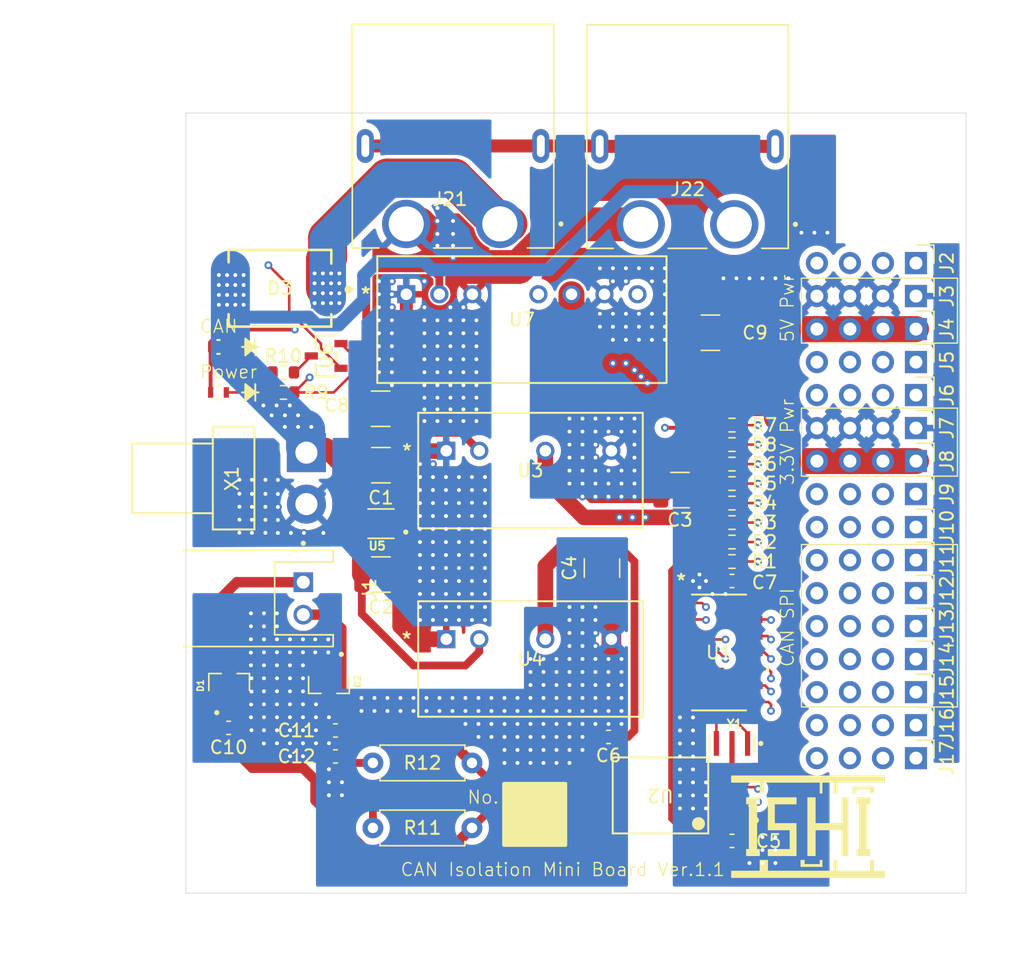
<source format=kicad_pcb>
(kicad_pcb (version 20241229) (generator "pcbnew") (generator_version "9.0")
  (title_block (title "CAN_Isolation_mini") (date "2025-11-06") (rev "Ver.1.1") (company "ISHI-Kai"))
  (layers (0 "F.Cu" signal) (4 "In1.Cu" signal) (6 "In2.Cu" signal) (2 "B.Cu" signal) (13 "F.Paste" user) (15 "B.Paste" user) (5 "F.SilkS" user "F.Silkscreen") (7 "B.SilkS" user "B.Silkscreen") (1 "F.Mask" user) (3 "B.Mask" user) (25 "Edge.Cuts" user))
  (net 0 "")
  (net 1 "BAT_12V")
  (net 2 "BAT_GND")
  (net 3 "GND_5VCAN")
  (net 4 "+5VCAN")
  (net 5 "CAN_H")
  (net 6 "CAN_L")
  (net 7 "Net-(C12-Pad1)")
  (net 14 "Net-(LED1-Pad1)")
  (net 15 "Net-(LED2-Pad1)")
  (net 16 "CAN_CS")
  (net 17 "CAN_SDO")
  (net 18 "CAN_SDI")
  (net 19 "CAN_SCK")
  (net 20 "CAN_GPIO0")
  (net 21 "CAN_GPIO1")
  (net 22 "CAN_CLK")
  (net 23 "CAN_INT")
  (net 24 "Net-(R10-Pad2)")
  (net 25 "Net-(U1-OSC2)")
  (net 26 "Net-(U1-OSC1)")
  (net 27 "Net-(U1-RXCAN)")
  (net 28 "Net-(U1-TXCAN)")
  (net 29 "CAN_LED")
  (net 50 "GND_VP")
  (net 51 "+3.3VP")
  (net 52 "+5VP")
  (net 59 "Net-(D3-PadC)")
  (footprint "CAN_Isolation:DIOM7959X250N" (layer "F.Cu") (at 95.888363 81.28 180)
    (property "Reference" "D3")
    (property "Value" "B520CQ-13-F")
  )
  (footprint "Capacitor_SMD:C_0603_1608Metric" (layer "F.Cu") (at 130.657095 103.809)
    (property "Reference" "C7")
    (property "Value" "100n")
  )
  (footprint "Resistor_SMD:R_0603_1608Metric" (layer "F.Cu") (at 96.157095 89.294905)
    (property "Reference" "R9")
    (property "Value" "200")
  )
  (footprint "MountingHole:MountingHole_3.2mm_M3" (layer "F.Cu") (at 143.657095 72.818)
    (property "Reference" "REF**" (hide yes))
    (property "Value" "MountingHole_3.2mm_M3")
  )
  (footprint "CAN_Isolation:DWV0008A-IPC_A" (layer "F.Cu") (at 125.157095 120.309 180)
    (property "Reference" "U2")
    (property "Value" "ISO1042QDWVRQ1")
  )
  (footprint "CAN_Isolation:PinHeader_1x04_P2.54mm_Vertical_noSilk" (layer "F.Cu") (at 144.81 89.5 -90)
    (property "Reference" "J6")
    (property "Value" "Conn_01x04_Pin")
  )
  (footprint "MountingHole:MountingHole_3.2mm_M3" (layer "F.Cu") (at 93.657095 122.794905)
    (property "Reference" "REF**" (hide yes))
    (property "Value" "MountingHole_3.2mm_M3")
  )
  (footprint "CAN_Isolation:PinHeader_1x04_P2.54mm_Vertical_noSilk" (layer "F.Cu") (at 144.81 81.88 -90)
    (property "Reference" "J3")
    (property "Value" "Conn_01x04_Pin")
  )
  (footprint "CAN_Isolation:ishikai_logo" (layer "F.Cu") (at 136.5 122.7)
    (property "Reference" "G***" (hide yes))
    (property "Value" "LOGO" (hide yes))
  )
  (footprint "Capacitor_SMD:C_0603_1608Metric" (layer "F.Cu") (at 91.94 115.11)
    (property "Reference" "C10")
    (property "Value" "47p")
  )
  (footprint "CAN_Isolation:PinHeader_1x04_P2.54mm_Vertical_noSilk" (layer "F.Cu") (at 144.81 94.58 -90)
    (property "Reference" "J8")
    (property "Value" "Conn_01x04_Pin")
  )
  (footprint "CAN_Isolation:B2PS-VH" (layer "F.Cu") (at 97.9225 95.91 -90)
    (property "Reference" "X1")
    (property "Value" "B2PS-VH")
  )
  (footprint "CAN_Isolation:PinHeader_1x04_P2.54mm_Vertical_noSilk" (layer "F.Cu") (at 144.81 102.2 -90)
    (property "Reference" "J11")
    (property "Value" "Conn_01x04_Pin")
  )
  (footprint "CAN_Isolation:PinHeader_1x04_P2.54mm_Vertical_noSilk" (layer "F.Cu") (at 144.81 117.44 -90)
    (property "Reference" "J17")
    (property "Value" "Conn_01x04_Pin")
  )
  (footprint "CAN_Isolation:SON65P200X200X80-7N" (layer "F.Cu") (at 103.657095 99.395 180)
    (property "Reference" "U5")
    (property "Value" "TVS1800DRVR")
  )
  (footprint "CAN_Isolation:PinHeader_1x04_P2.54mm_Vertical_noSilk" (layer "F.Cu") (at 144.81 112.36 -90)
    (property "Reference" "J15")
    (property "Value" "Conn_01x04_Pin")
  )
  (footprint "CAN_Isolation:PinHeader_1x04_P2.54mm_Vertical_noSilk" (layer "F.Cu") (at 144.81 107.28 -90)
    (property "Reference" "J13")
    (property "Value" "Conn_01x04_Pin")
  )
  (footprint "Capacitor_SMD:C_1210_3225Metric" (layer "F.Cu") (at 103.657095 103.309)
    (property "Reference" "C2")
    (property "Value" "22u")
  )
  (footprint "Resistor_THT:R_Axial_DIN0207_L6.3mm_D2.5mm_P7.62mm_Horizontal" (layer "F.Cu") (at 103.037095 117.809)
    (property "Reference" "R12")
    (property "Value" "60.4")
  )
  (footprint "Capacitor_SMD:C_0603_1608Metric" (layer "F.Cu") (at 130.657095 123.809)
    (property "Reference" "C5")
    (property "Value" "100n")
  )
  (footprint "CAN_Isolation:AMASS_XT60PW-F" (layer "F.Cu") (at 109.201 76.327 180)
    (property "Reference" "J21")
    (property "Value" "XT60PW-F")
  )
  (footprint "CAN_Isolation:TRANS_DTCZCAHZGT_ROM" (layer "F.Cu") (at 99.441 86.487 90)
    (property "Reference" "U6")
    (property "Value" "DTC114ECAHZGT116")
  )
  (footprint "CAN_Isolation:PinHeader_1x04_P2.54mm_Vertical_noSilk" (layer "F.Cu") (at 144.81 114.9 -90)
    (property "Reference" "J16")
    (property "Value" "Conn_01x04_Pin")
  )
  (footprint "CAN_Isolation:PinHeader_1x04_P2.54mm_Vertical_noSilk" (layer "F.Cu") (at 144.81 92.04 -90)
    (property "Reference" "J7")
    (property "Value" "Conn_01x04_Pin")
  )
  (footprint "Capacitor_SMD:C_0603_1608Metric" (layer "F.Cu") (at 100.157095 115.309)
    (property "Reference" "C11")
    (property "Value" "47p")
  )
  (footprint "CAN_Isolation:SOT95P237X111-3N" (layer "F.Cu") (at 91.98 111.58 90)
    (property "Reference" "D1")
    (property "Value" "MMBZ27VCLT1G")
  )
  (footprint "CAN_Isolation:SMLD12EN1WT86" (layer "F.Cu") (at 91.157095 85.794905 180)
    (property "Reference" "LED2" (hide yes))
    (property "Value" "SMLD12EN1WT86")
  )
  (footprint "CAN_Isolation:PinHeader_1x04_P2.54mm_Vertical_noSilk" (layer "F.Cu") (at 144.81 99.66 -90)
    (property "Reference" "J10")
    (property "Value" "Conn_01x04_Pin")
  )
  (footprint "MountingHole:MountingHole_3.2mm_M3" (layer "F.Cu") (at 143.657095 122.794905)
    (property "Reference" "REF**" (hide yes))
    (property "Value" "MountingHole_3.2mm_M3")
  )
  (footprint "Capacitor_SMD:C_1210_3225Metric" (layer "F.Cu") (at 103.632 90.551)
    (property "Reference" "C8")
    (property "Value" "22u")
  )
  (footprint "CAN_Isolation:MGS3_COS" (layer "F.Cu") (at 108.680095 93.785)
    (property "Reference" "U3")
    (property "Value" "MGS3123R3")
  )
  (footprint "CAN_Isolation:MGS3_COS" (layer "F.Cu") (at 108.680095 108.285)
    (property "Reference" "U4")
    (property "Value" "MGS1R51205")
  )
  (footprint "CAN_Isolation:PinHeader_1x04_P2.54mm_Vertical_noSilk" (layer "F.Cu") (at 144.81 97.12 -90)
    (property "Reference" "J9")
    (property "Value" "Conn_01x04_Pin")
  )
  (footprint "Resistor_SMD:R_0603_1608Metric" (layer "F.Cu") (at 130.657095 96.309)
    (property "Reference" "R5")
    (property "Value" "10k")
  )
  (footprint "Resistor_SMD:R_0603_1608Metric" (layer "F.Cu") (at 130.657095 99.309)
    (property "Reference" "R3")
    (property "Value" "10k")
  )
  (footprint "CAN_Isolation:SOIC14_150MIL_SL_MCH" (layer "F.Cu") (at 129.657095 109.309)
    (property "Reference" "U1")
    (property "Value" "MCP2518FDT-H/SL")
  )
  (footprint "CAN_Isolation:SMLD12EN1WT86" (layer "F.Cu") (at 91.157095 89.294905 180)
    (property "Reference" "LED1" (hide yes))
    (property "Value" "SMLD12EN1WT86")
  )
  (footprint "CAN_Isolation:SIP7_MGS10_COS" (layer "F.Cu") (at 105.608 81.741)
    (property "Reference" "U7")
    (property "Value" "MGS102405")
  )
  (footprint "Resistor_SMD:R_0603_1608Metric" (layer "F.Cu") (at 130.657095 100.809)
    (property "Reference" "R2")
    (property "Value" "10k")
  )
  (footprint "Capacitor_SMD:C_1210_3225Metric" (layer "F.Cu") (at 103.657095 94.895)
    (property "Reference" "C1")
    (property "Value" "22u")
  )
  (footprint "Capacitor_SMD:C_0603_1608Metric" (layer "F.Cu") (at 121.157095 115.809 180)
    (property "Reference" "C6")
    (property "Value" "100n")
  )
  (footprint "Capacitor_SMD:C_0603_1608Metric" (layer "F.Cu") (at 100.157095 117.309 180)
    (property "Reference" "C12")
    (property "Value" "4700p")
  )
  (footprint "Resistor_THT:R_Axial_DIN0207_L6.3mm_D2.5mm_P7.62mm_Horizontal" (layer "F.Cu") (at 110.657095 122.809 180)
    (property "Reference" "R11")
    (property "Value" "60.4")
  )
  (footprint "Capacitor_SMD:C_1210_3225Metric" (layer "F.Cu") (at 126.657095 96.809 180)
    (property "Reference" "C3")
    (property "Value" "22u")
  )
  (footprint "MountingHole:MountingHole_3.2mm_M3" (layer "F.Cu") (at 93.657095 72.825436)
    (property "Reference" "REF**" (hide yes))
    (property "Value" "MountingHole_3.2mm_M3")
  )
  (footprint "CAN_Isolation:PinHeader_1x04_P2.54mm_Vertical_noSilk" (layer "F.Cu") (at 144.81 79.34 -90)
    (property "Reference" "J2")
    (property "Value" "Conn_01x04_Pin")
  )
  (footprint "CAN_Isolation:PinHeader_1x04_P2.54mm_Vertical_noSilk" (layer "F.Cu") (at 144.81 86.96 -90)
    (property "Reference" "J5")
    (property "Value" "Conn_01x04_Pin")
  )
  (footprint "CAN_Isolation:OSC_CSTNE20M0V530000R0" (layer "F.Cu") (at 130.657095 116.309 180)
    (property "Reference" "Y1")
    (property "Value" "CSTNE20M0V530000R0")
  )
  (footprint "Capacitor_SMD:C_1210_3225Metric" (layer "F.Cu") (at 120.657095 102.809 -90)
    (property "Reference" "C4")
    (property "Value" "22u")
  )
  (footprint "Capacitor_SMD:C_1210_3225Metric" (layer "F.Cu") (at 129 84.7 180)
    (property "Reference" "C9")
    (property "Value" "22u")
  )
  (footprint "CAN_Isolation:SOT95P237X111-3N" (layer "F.Cu") (at 99.657095 111.809 -90)
    (property "Reference" "D2")
    (property "Value" "MMBZ27VCLT1G")
  )
  (footprint "CAN_Isolation:PinHeader_1x04_P2.54mm_Vertical_noSilk" (layer "F.Cu") (at 144.81 109.82 -90)
    (property "Reference" "J14")
    (property "Value" "Conn_01x04_Pin")
  )
  (footprint "CAN_Isolation:PinHeader_1x04_P2.54mm_Vertical_noSilk" (layer "F.Cu") (at 144.81 84.42 -90)
    (property "Reference" "J4")
    (property "Value" "Conn_01x04_Pin")
  )
  (footprint "CAN_Isolation:PinHeader_1x04_P2.54mm_Vertical_noSilk" (layer "F.Cu") (at 144.81 104.74 -90)
    (property "Reference" "J12")
    (property "Value" "Conn_01x04_Pin")
  )
  (footprint "Resistor_SMD:R_0603_1608Metric" (layer "F.Cu") (at 96.139 87.757)
    (property "Reference" "R10")
    (property "Value" "200")
  )
  (footprint "Resistor_SMD:R_0603_1608Metric" (layer "F.Cu") (at 130.657095 94.809)
    (property "Reference" "R6")
    (property "Value" "10k")
  )
  (footprint "Resistor_SMD:R_0603_1608Metric" (layer "F.Cu") (at 130.657095 102.309)
    (property "Reference" "R1")
    (property "Value" "10k")
  )
  (footprint "Resistor_SMD:R_0603_1608Metric" (layer "F.Cu") (at 130.657095 91.809)
    (property "Reference" "R7")
    (property "Value" "10k")
  )
  (footprint "Resistor_SMD:R_0603_1608Metric" (layer "F.Cu") (at 130.657095 93.309)
    (property "Reference" "R8")
    (property "Value" "10k")
  )
  (footprint "CAN_Isolation:JST_S2B-XH-A" (layer "F.Cu") (at 91.98 105.15 -90)
    (property "Reference" "J1")
    (property "Value" "S2B-XH-A")
  )
  (footprint "CAN_Isolation:AMASS_XT60PW-F" (layer "F.Cu") (at 127.235 76.358 180)
    (property "Reference" "J22")
    (property "Value" "XT60PW-F")
  )
  (footprint "Resistor_SMD:R_0603_1608Metric" (layer "F.Cu") (at 130.657095 97.809)
    (property "Reference" "R4")
    (property "Value" "10k")
  )
  (gr_rect (start 136 90.5) (end 148 95.74) (stroke (width 0.1)) (fill no) (layer "F.SilkS"))
  (gr_rect (start 136 101) (end 148 113.5) (stroke (width 0.1)) (fill no) (layer "F.SilkS"))
  (gr_rect (start 136 80.5) (end 148 85.5) (stroke (width 0.1)) (fill no) (layer "F.SilkS"))
  (gr_rect (start 88.657095 67.794905) (end 148.657095 127.827905) (stroke (width 0.05)) (fill no) (layer "Edge.Cuts"))
  (gr_text "CAN SPI" (at 135.5 110.5 90) (layer "F.SilkS") (effects (font (size 1 1) (thickness 0.1)) (justify left bottom)))
  (gr_text "No." (at 110.236 121.031 0) (layer "F.SilkS") (effects (font (size 1 1) (thickness 0.1)) (justify left bottom)))
  (gr_text "CAN Isolation Mini Board Ver.1.1" (at 105.1 126.6 0) (layer "F.SilkS") (effects (font (size 1 1) (thickness 0.1)) (justify left bottom)))
  (gr_text "3.3V Pwr" (at 135.5 96.5 90) (layer "F.SilkS") (effects (font (size 1 1) (thickness 0.1)) (justify left bottom)))
  (gr_text "CAN" (at 89.657095 84.794905 0) (layer "F.SilkS") (effects (font (size 1 1) (thickness 0.1)) (justify left bottom)))
  (gr_text "Power" (at 89.657095 88.294905 0) (layer "F.SilkS") (effects (font (size 1 1) (thickness 0.1)) (justify left bottom)))
  (gr_text "5V Pwr" (at 135.5 85.5 90) (layer "F.SilkS") (effects (font (size 1 1) (thickness 0.1)) (justify left bottom)))
  (segment (start 109.835095 92.4) (end 109.5 92.4) (width 0.6) (layer "F.Cu") (net 1))
  (segment (start 101.6 99.511) (end 101.716 99.395) (width 1.5) (layer "F.Cu") (net 1))
  (segment (start 111.220095 93.785) (end 109.835095 92.4) (width 0.6) (layer "F.Cu") (net 1))
  (segment (start 102.182095 106.334) (end 106.157095 110.309) (width 0.6) (layer "F.Cu") (net 1))
  (segment (start 102.523 90.741) (end 102.523 80.216) (width 0.6) (layer "F.Cu") (net 1))
  (segment (start 102.998 79.741) (end 107.498 79.741) (width 0.6) (layer "F.Cu") (net 1))
  (segment (start 102.637095 98.745) (end 102.637095 100.045) (width 0.6) (layer "F.Cu") (net 1))
  (segment (start 111.220095 109.246) (end 111.220095 108.285) (width 0.6) (layer "F.Cu") (net 1))
  (segment (start 108.148 80.391) (end 108.148 81.741) (width 0.6) (layer "F.Cu") (net 1))
  (segment (start 100.657095 94.794905) (end 100.657095 98.568095) (width 1.5) (layer "F.Cu") (net 1))
  (segment (start 100.657095 98.568095) (end 101.6 99.511) (width 1.5) (layer "F.Cu") (net 1))
  (segment (start 110.157095 110.309) (end 111.220095 109.246) (width 0.6) (layer "F.Cu") (net 1))
  (segment (start 102.182095 103.309) (end 102.182095 106.334) (width 0.6) (layer "F.Cu") (net 1))
  (segment (start 102.103095 99.511) (end 102.182095 99.59) (width 1.5) (layer "F.Cu") (net 1))
  (segment (start 102.637095 100.045) (end 102.637095 101.465) (width 0.6) (layer "F.Cu") (net 1))
  (segment (start 102.182095 99.59) (end 102.182095 103.309) (width 1.5) (layer "F.Cu") (net 1))
  (segment (start 101.6 99.511) (end 102.103095 99.511) (width 1.5) (layer "F.Cu") (net 1))
  (segment (start 102.182095 100.834) (end 102.182095 103.309) (width 0.6) (layer "F.Cu") (net 1))
  (segment (start 102.182095 90.284) (end 102.525 89.941095) (width 0.6) (layer "F.Cu") (net 1))
  (segment (start 107.498 79.741) (end 108.148 80.391) (width 0.6) (layer "F.Cu") (net 1))
  (segment (start 99.407095 93.544905) (end 100.657095 94.794905) (width 1.5) (layer "F.Cu") (net 1))
  (segment (start 102.182095 93.809) (end 102.182095 90.284) (width 0.6) (layer "F.Cu") (net 1))
  (segment (start 102.182095 90.284) (end 102.452 90.014095) (width 0.6) (layer "F.Cu") (net 1))
  (segment (start 102.637095 100.379) (end 102.182095 100.834) (width 0.6) (layer "F.Cu") (net 1))
  (segment (start 109.5 92.4) (end 104.677095 92.4) (width 0.6) (layer "F.Cu") (net 1))
  (segment (start 102.523 80.216) (end 102.998 79.741) (width 0.6) (layer "F.Cu") (net 1))
  (segment (start 102.637095 97.415) (end 102.182095 96.96) (width 0.6) (layer "F.Cu") (net 1))
  (segment (start 102.637095 98.745) (end 102.637095 97.415) (width 0.6) (layer "F.Cu") (net 1))
  (segment (start 106.157095 110.309) (end 110.157095 110.309) (width 0.6) (layer "F.Cu") (net 1))
  (segment (start 102.182095 96.96) (end 102.182095 94.895) (width 0.6) (layer "F.Cu") (net 1))
  (segment (start 104.677095 92.4) (end 102.182095 94.895) (width 0.6) (layer "F.Cu") (net 1))
  (segment (start 97.857095 93.544905) (end 99.407095 93.544905) (width 1.5) (layer "F.Cu") (net 1))
  (via (at 93.091 81.788) (size 0.6) (drill 0.3) (layers "F.Cu" "B.Cu") (net 1))
  (via (at 97.282 91.948) (size 0.6) (drill 0.3) (layers "F.Cu" "B.Cu") (net 1))
  (via (at 91.821 81.788) (size 0.6) (drill 0.3) (layers "F.Cu" "B.Cu") (net 1))
  (via (at 93.091 82.55) (size 0.6) (drill 0.3) (layers "F.Cu" "B.Cu") (net 1))
  (via (at 91.186 80.264) (size 0.6) (drill 0.3) (layers "F.Cu" "B.Cu") (net 1))
  (via (at 97.282 91.059) (size 0.6) (drill 0.3) (layers "F.Cu" "B.Cu") (net 1))
  (via (at 91.186 81.026) (size 0.6) (drill 0.3) (layers "F.Cu" "B.Cu") (net 1))
  (via (at 91.821 81.026) (size 0.6) (drill 0.3) (layers "F.Cu" "B.Cu") (net 1))
  (via (at 91.821 80.264) (size 0.6) (drill 0.3) (layers "F.Cu" "B.Cu") (net 1))
  (via (at 93.091 80.264) (size 0.6) (drill 0.3) (layers "F.Cu" "B.Cu") (net 1))
  (via (at 92.456 82.55) (size 0.6) (drill 0.3) (layers "F.Cu" "B.Cu") (net 1))
  (via (at 91.186 82.55) (size 0.6) (drill 0.3) (layers "F.Cu" "B.Cu") (net 1))
  (via (at 96.647 90.297) (size 0.6) (drill 0.3) (layers "F.Cu" "B.Cu") (net 1))
  (via (at 92.456 81.788) (size 0.6) (drill 0.3) (layers "F.Cu" "B.Cu") (net 1))
  (via (at 91.186 81.788) (size 0.6) (drill 0.3) (layers "F.Cu" "B.Cu") (net 1))
  (via (at 93.091 81.026) (size 0.6) (drill 0.3) (layers "F.Cu" "B.Cu") (net 1))
  (via (at 91.821 82.55) (size 0.6) (drill 0.3) (layers "F.Cu" "B.Cu") (net 1))
  (via (at 96.266 91.948) (size 0.6) (drill 0.3) (layers "F.Cu" "B.Cu") (net 1))
  (via (at 94.615 90.297) (size 0.6) (drill 0.3) (layers "F.Cu" "B.Cu") (net 1))
  (via (at 95.25 91.059) (size 0.6) (drill 0.3) (layers "F.Cu" "B.Cu") (net 1))
  (via (at 95.631 90.297) (size 0.6) (drill 0.3) (layers "F.Cu" "B.Cu") (net 1))
  (via (at 98.298 91.948) (size 0.6) (drill 0.3) (layers "F.Cu" "B.Cu") (net 1))
  (via (at 96.266 91.059) (size 0.6) (drill 0.3) (layers "F.Cu" "B.Cu") (net 1))
  (via (at 92.456 80.264) (size 0.6) (drill 0.3) (layers "F.Cu" "B.Cu") (net 1))
  (via (at 92.456 81.026) (size 0.6) (drill 0.3) (layers "F.Cu" "B.Cu") (net 1))
  (segment (start 128.3236 73.8466) (end 122.594744 73.8466) (width 1) (layer "B.Cu") (net 1))
  (segment (start 92.075 86.614) (end 92.075 83.61) (width 3) (layer "B.Cu") (net 1))
  (segment (start 98.717454 84.0954) (end 98.123654 83.5016) (width 1) (layer "B.Cu") (net 1))
  (segment (start 102.33 82.183946) (end 100.418546 84.0954) (width 1) (layer "B.Cu") (net 1))
  (segment (start 103.43 79.19) (end 102.33 80.29) (width 1) (layer "B.Cu") (net 1))
  (segment (start 92.1834 83.5016) (end 92.075 83.61) (width 1) (layer "B.Cu") (net 1))
  (segment (start 122.594744 73.8466) (end 116.587944 79.8534) (width 1) (layer "B.Cu") (net 1))
  (segment (start 100.418546 84.0954) (end 98.717454 84.0954) (width 1) (layer "B.Cu") (net 1))
  (segment (start 97.595905 92.134905) (end 92.075 86.614) (width 3) (layer "B.Cu") (net 1))
  (segment (start 102.33 80.29) (end 102.33 82.183946) (width 1) (layer "B.Cu") (net 1))
  (segment (start 97.857095 92.134905) (end 97.595905 92.134905) (width 3) (layer "B.Cu") (net 1))
  (segment (start 116.587944 79.8534) (end 107.605088 79.8534) (width 1) (layer "B.Cu") (net 1))
  (segment (start 130.835 76.358) (end 128.3236 73.8466) (width 1) (layer "B.Cu") (net 1))
  (segment (start 92.075 83.61) (end 92.075 79.883) (width 3) (layer "B.Cu") (net 1))
  (segment (start 106.941688 79.19) (end 103.43 79.19) (width 1) (layer "B.Cu") (net 1))
  (segment (start 97.857095 93.544905) (end 97.857095 92.134905) (width 3) (layer "B.Cu") (net 1))
  (segment (start 98.123654 83.5016) (end 92.1834 83.5016) (width 1) (layer "B.Cu") (net 1))
  (segment (start 107.605088 79.8534) (end 106.941688 79.19) (width 1) (layer "B.Cu") (net 1))
  (segment (start 114.238338 79.6384) (end 109.875082 79.6384) (width 2.6) (layer "F.Cu") (net 2))
  (segment (start 104.307095 98.745) (end 103.657095 99.395) (width 0.4) (layer "F.Cu") (net 2))
  (segment (start 105.132095 100.834) (end 104.677095 100.379) (width 1.2) (layer "F.Cu") (net 2))
  (segment (start 104.677095 98.745) (end 104.677095 100.045) (width 1.2) (layer "F.Cu") (net 2))
  (segment (start 104.677095 99.395) (end 103.657095 99.395) (width 0.4) (layer "F.Cu") (net 2))
  (segment (start 104.677095 98.745) (end 104.677095 99.395) (width 1.1) (layer "F.Cu") (net 2))
  (segment (start 105.132095 94.198) (end 105.521095 93.809) (width 1.2) (layer "F.Cu") (net 2))
  (segment (start 105.132095 107.284) (end 106.133095 108.285) (width 1.2) (layer "F.Cu") (net 2))
  (segment (start 104.677095 97.825) (end 104.677095 98.745) (width 1.2) (layer "F.Cu") (net 2))
  (segment (start 105.521095 93.809) (end 108.44619 93.809) (width 1.2) (layer "F.Cu") (net 2))
  (segment (start 117.518738 76.358) (end 114.238338 79.6384) (width 2.6) (layer "F.Cu") (net 2))
  (segment (start 104.677095 99.395) (end 104.677095 100.045) (width 1.1) (layer "F.Cu") (net 2))
  (segment (start 105.132095 103.309) (end 105.132095 107.284) (width 1.2) (layer "F.Cu") (net 2))
  (segment (start 97.93 97.86) (end 97.93 97.91) (width 0.4) (layer "F.Cu") (net 2))
  (segment (start 102.451 70.327) (end 115.951 70.327) (width 1) (layer "F.Cu") (net 2))
  (segment (start 105.132095 94.895) (end 105.132095 94.198) (width 1.2) (layer "F.Cu") (net 2))
  (segment (start 123.635 76.358) (end 117.518738 76.358) (width 2.6) (layer "F.Cu") (net 2))
  (segment (start 105.132095 100.834) (end 105.132095 103.309) (width 1.2) (layer "F.Cu") (net 2))
  (segment (start 108.44619 93.809) (end 108.680095 93.575095) (width 1.2) (layer "F.Cu") (net 2))
  (segment (start 115.951 70.327) (end 120.454 70.327) (width 1) (layer "F.Cu") (net 2))
  (segment (start 120.454 70.327) (end 120.485 70.358) (width 1) (layer "F.Cu") (net 2))
  (segment (start 104.677095 100.045) (end 104.307095 100.045) (width 0.4) (layer "F.Cu") (net 2))
  (segment (start 104.307095 100.045) (end 103.657095 99.395) (width 0.4) (layer "F.Cu") (net 2))
  (segment (start 105.132095 97.37) (end 104.677095 97.825) (width 1.2) (layer "F.Cu") (net 2))
  (segment (start 104.677095 98.745) (end 104.307095 98.745) (width 0.4) (layer "F.Cu") (net 2))
  (segment (start 105.132095 97.37) (end 105.132095 94.895) (width 1.2) (layer "F.Cu") (net 2))
  (segment (start 104.677095 101.465) (end 104.677095 100.045) (width 1.2) (layer "F.Cu") (net 2))
  (segment (start 120.485 70.358) (end 133.985 70.358) (width 1) (layer "F.Cu") (net 2))
  (segment (start 105.608 81.741) (end 105.608 90.606) (width 1) (layer "F.Cu") (net 2))
  (segment (start 106.563682 76.327) (end 105.601 76.327) (width 2.6) (layer "F.Cu") (net 2))
  (segment (start 106.133095 108.285) (end 108.680095 108.285) (width 1.2) (layer "F.Cu") (net 2))
  (segment (start 109.875082 79.6384) (end 106.563682 76.327) (width 2.6) (layer "F.Cu") (net 2))
  (via (at 110.657095 97.785) (size 0.6) (drill 0.3) (layers "F.Cu" "B.Cu") (net 2))
  (via (at 109.657095 102.809) (size 0.6) (drill 0.3) (layers "F.Cu" "B.Cu") (net 2))
  (via (at 93.73 96.02) (size 0.6) (drill 0.3) (layers "F.Cu" "B.Cu") (net 2))
  (via (at 107.657095 95.809) (size 0.6) (drill 0.3) (layers "F.Cu" "B.Cu") (net 2))
  (via (at 110 89.7) (size 0.6) (drill 0.3) (layers "F.Cu" "B.Cu") (net 2))
  (via (at 110 91.5) (size 0.6) (drill 0.3) (layers "F.Cu" "B.Cu") (net 2))
  (via (at 108 77.1) (size 0.6) (drill 0.3) (layers "F.Cu" "B.Cu") (net 2))
  (via (at 111.657095 97.809) (size 0.6) (drill 0.3) (layers "F.Cu" "B.Cu") (net 2))
  (via (at 106.657095 101.809) (size 0.6) (drill 0.3) (layers "F.Cu" "B.Cu") (net 2))
  (via (at 108.657095 98.809) (size 0.6) (drill 0.3) (layers "F.Cu" "B.Cu") (net 2))
  (via (at 109.998 82.741) (size 0.6) (drill 0.3) (layers "F.Cu" "B.Cu") (net 2))
  (via (at 94.77 100.1) (size 0.6) (drill 0.3) (layers "F.Cu" "B.Cu") (net 2))
  (via (at 106.657095 98.809) (size 0.6) (drill 0.3) (layers "F.Cu" "B.Cu") (net 2))
  (via (at 106.657095 97.809) (size 0.6) (drill 0.3) (layers "F.Cu" "B.Cu") (net 2))
  (via (at 106.998 86.741) (size 0.6) (drill 0.3) (layers "F.Cu" "B.Cu") (net 2))
  (via (at 95.73 96.03) (size 0.6) (drill 0.3) (layers "F.Cu" "B.Cu") (net 2))
  (via (at 109.657095 98.809) (size 0.6) (drill 0.3) (layers "F.Cu" "B.Cu") (net 2))
  (via (at 107.657095 100.809) (size 0.6) (drill 0.3) (layers "F.Cu" "B.Cu") (net 2))
  (via (at 108.657095 103.809) (size 0.6) (drill 0.3) (layers "F.Cu" "B.Cu") (net 2))
  (via (at 110.998 86.741) (size 0.6) (drill 0.3) (layers "F.Cu" "B.Cu") (net 2))
  (via (at 92.77 100.09) (size 0.6) (drill 0.3) (layers "F.Cu" "B.Cu") (net 2))
  (via (at 103.498 85.741) (size 0.6) (drill 0.3) (layers "F.Cu" "B.Cu") (net 2))
  (via (at 108 76.1) (size 0.6) (drill 0.3) (layers "F.Cu" "B.Cu") (net 2))
  (via (at 103.498 83.741) (size 0.6) (drill 0.3) (layers "F.Cu" "B.Cu") (net 2))
  (via (at 108.657095 95.809) (size 0.6) (drill 0.3) (layers "F.Cu" "B.Cu") (net 2))
  (via (at 95.73 97.11) (size 0.6) (drill 0.3) (layers "F.Cu" "B.Cu") (net 2))
  (via (at 109.657095 105.809) (size 0.6) (drill 0.3) (layers "F.Cu" "B.Cu") (net 2))
  (via (at 108.657095 96.809) (size 0.6) (drill 0.3) (layers "F.Cu" "B.Cu") (net 2))
  (via (at 94.77 97.1) (size 0.6) (drill 0.3) (layers "F.Cu" "B.Cu") (net 2))
  (via (at 107.657095 106.809) (size 0.6) (drill 0.3) (layers "F.Cu" "B.Cu") (net 2))
  (via (at 109.2 77.1) (size 0.6) (drill 0.3) (layers "F.Cu" "B.Cu") (net 2))
  (via (at 109.657095 104.809) (size 0.6) (drill 0.3) (layers "F.Cu" "B.Cu") (net 2))
  (via (at 93.73 99.1) (size 0.6) (drill 0.3) (layers "F.Cu" "B.Cu") (net 2))
  (via (at 107.657095 96.809) (size 0.6) (drill 0.3) (layers "F.Cu" "B.Cu") (net 2))
  (via (at 96.73 100.11) (size 0.6) (drill 0.3) (layers "F.Cu" "B.Cu") (net 2))
  (via (at 108 75.1) (size 0.6) (drill 0.3) (layers "F.Cu" "B.Cu") (net 2))
  (via (at 106.657095 100.809) (size 0.6) (drill 0.3) (layers "F.Cu" "B.Cu") (net 2))
  (via (at 108.657095 105.809) (size 0.6) (drill 0.3) (layers "F.Cu" "B.Cu") (net 2))
  (via (at 106.998 85.741) (size 0.6) (drill 0.3) (layers "F.Cu" "B.Cu") (net 2))
  (via (at 109.2 78) (size 0.6) (drill 0.3) (layers "F.Cu" "B.Cu") (net 2))
  (via (at 94.77 98.1) (size 0.6) (drill 0.3) (layers "F.Cu" "B.Cu") (net 2))
  (via (at 92.77 98.09) (size 0.6) (drill 0.3) (layers "F.Cu" "B.Cu") (net 2))
  (via (at 108.657095 106.809) (size 0.6) (drill 0.3) (layers "F.Cu" "B.Cu") (net 2))
  (via (at 103.498 86.741) (size 0.6) (drill 0.3) (layers "F.Cu" "B.Cu") (net 2))
  (via (at 109.2 78.9) (size 0.6) (drill 0.3) (layers "F.Cu" "B.Cu") (net 2))
  (via (at 110.657095 100.809) (size 0.6) (drill 0.3) (layers "F.Cu" "B.Cu") (net 2))
  (via (at 108 91.5) (size 0.6) (drill 0.3) (layers "F.Cu" "B.Cu") (net 2))
  (via (at 110.657095 96.809) (size 0.6) (drill 0.3) (layers "F.Cu" "B.Cu") (net 2))
  (via (at 107.998 85.741) (size 0.6) (drill 0.3) (layers "F.Cu" "B.Cu") (net 2))
  (via (at 95.73 100.11) (size 0.6) (drill 0.3) (layers "F.Cu" "B.Cu") (net 2))
  (via (at 108.657095 99.809) (size 0.6) (drill 0.3) (layers "F.Cu" "B.Cu") (net 2))
  (via (at 111.657095 102.809) (size 0.6) (drill 0.3) (layers "F.Cu" "B.Cu") (net 2))
  (via (at 95.73 98.11) (size 0.6) (drill 0.3) (layers "F.Cu" "B.Cu") (net 2))
  (via (at 108.998 84.741) (size 0.6) (drill 0.3) (layers "F.Cu" "B.Cu") (net 2))
  (via (at 110.657095 103.809) (size 0.6) (drill 0.3) (layers "F.Cu" "B.Cu") (net 2))
  (via (at 92.77 97.09) (size 0.6) (drill 0.3) (layers "F.Cu" "B.Cu") (net 2))
  (via (at 93.73 100.1) (size 0.6) (drill 0.3) (layers "F.Cu" "B.Cu") (net 2))
  (via (at 107.998 84.741) (size 0.6) (drill 0.3) (layers "F.Cu" "B.Cu") (net 2))
  (via (at 104.498 86.741) (size 0.6) (drill 0.3) (layers "F.Cu" "B.Cu") (net 2))
  (via (at 111.657095 103.809) (size 0.6) (drill 0.3) (layers "F.Cu" "B.Cu") (net 2))
  (via (at 109.998 87.741) (size 0.6) (drill 0.3) (layers "F.Cu" "B.Cu") (net 2))
  (via (at 109.657095 103.809) (size 0.6) (drill 0.3) (layers "F.Cu" "B.Cu") (net 2))
  (via (at 109.998 84.741) (size 0.6) (drill 0.3) (layers "F.Cu" "B.Cu") (net 2))
  (via (at 111.657095 96.809) (size 0.6) (drill 0.3) (layers "F.Cu" "B.Cu") (net 2))
  (via (at 107 91.5) (size 0.6) (drill 0.3) (layers "F.Cu" "B.Cu") (net 2))
  (via (at 109 89.7) (size 0.6) (drill 0.3) (layers "F.Cu" "B.Cu") (net 2))
  (via (at 107.657095 102.809) (size 0.6) (drill 0.3) (layers "F.Cu" "B.Cu") (net 2))
  (via (at 108.657095 101.809) (size 0.6) (drill 0.3) (layers "F.Cu" "B.Cu") (net 2))
  (via (at 104.498 83.741) (size 0.6) (drill 0.3) (layers "F.Cu" "B.Cu") (net 2))
  (via (at 108.657095 100.809) (size 0.6) (drill 0.3) (layers "F.Cu" "B.Cu") (net 2))
  (via (at 109.998 83.741) (size 0.6) (drill 0.3) (layers "F.Cu" "B.Cu") (net 2))
  (via (at 109.657095 101.809) (size 0.6) (drill 0.3) (layers "F.Cu" "B.Cu") (net 2))
  (via (at 110.657095 98.809) (size 0.6) (drill 0.3) (layers "F.Cu" "B.Cu") (net 2))
  (via (at 107.657095 98.809) (size 0.6) (drill 0.3) (layers "F.Cu" "B.Cu") (net 2))
  (via (at 107.998 88.741) (size 0.6) (drill 0.3) (layers "F.Cu" "B.Cu") (net 2))
  (via (at 109 91.5) (size 0.6) (drill 0.3) (layers "F.Cu" "B.Cu") (net 2))
  (via (at 103.498 84.741) (size 0.6) (drill 0.3) (layers "F.Cu" "B.Cu") (net 2))
  (via (at 94.77 96.02) (size 0.6) (drill 0.3) (layers "F.Cu" "B.Cu") (net 2))
  (via (at 104.498 81.741) (size 0.6) (drill 0.3) (layers "F.Cu" "B.Cu") (net 2))
  (via (at 106.998 80.741) (size 0.6) (drill 0.3) (layers "F.Cu" "B.Cu") (net 2))
  (via (at 111 91.5) (size 0.6) (drill 0.3) (layers "F.Cu" "B.Cu") (net 2))
  (via (at 111 89.7) (size 0.6) (drill 0.3) (layers "F.Cu" "B.Cu") (net 2))
  (via (at 106.657095 103.809) (size 0.6) (drill 0.3) (layers "F.Cu" "B.Cu") (net 2))
  (via (at 111.657095 98.809) (size 0.6) (drill 0.3) (layers "F.Cu" "B.Cu") (net 2))
  (via (at 94.77 99.1) (size 0.6) (drill 0.3) (layers "F.Cu" "B.Cu") (net 2))
  (via (at 108 89.7) (size 0.6) (drill 0.3) (layers "F.Cu" "B.Cu") (net 2))
  (via (at 103.498 80.741) (size 0.6) (drill 0.3) (layers "F.Cu" "B.Cu") (net 2))
  (via (at 108.657095 97.809) (size 0.6) (drill 0.3) (layers "F.Cu" "B.Cu") (net 2))
  (via (at 111.657095 105.809) (size 0.6) (drill 0.3) (layers "F.Cu" "B.Cu") (net 2))
  (via (at 108.657095 104.809) (size 0.6) (drill 0.3) (layers "F.Cu" "B.Cu") (net 2))
  (via (at 109.201 76.1) (size 0.6) (drill 0.3) (layers "F.Cu" "B.Cu") (net 2))
  (via (at 108.998 83.741) (size 0.6) (drill 0.3) (layers "F.Cu" "B.Cu") (net 2))
  (via (at 107.657095 103.809) (size 0.6) (drill 0.3) (layers "F.Cu" "B.Cu") (net 2))
  (via (at 106.657095 95.809) (size 0.6) (drill 0.3) (layers "F.Cu" "B.Cu") (net 2))
  (via (at 109.657095 96.809) (size 0.6) (drill 0.3) (layers "F.Cu" "B.Cu") (net 2))
  (via (at 109.657095 95.809) (size 0.6) (drill 0.3) (layers "F.Cu" "B.Cu") (net 2))
  (via (at 109.657095 106.809) (size 0.6) (drill 0.3) (layers "F.Cu" "B.Cu") (net 2))
  (via (at 107.657095 104.809) (size 0.6) (drill 0.3) (layers "F.Cu" "B.Cu") (net 2))
  (via (at 111.657095 95.809) (size 0.6) (drill 0.3) (layers "F.Cu" "B.Cu") (net 2))
  (via (at 110.998 88.741) (size 0.6) (drill 0.3) (layers "F.Cu" "B.Cu") (net 2))
  (via (at 107.657095 105.809) (size 0.6) (drill 0.3) (layers "F.Cu" "B.Cu") (net 2))
  (via (at 108 78) (size 0.6) (drill 0.3) (layers "F.Cu" "B.Cu") (net 2))
  (via (at 106.998 84.741) (size 0.6) (drill 0.3) (layers "F.Cu" "B.Cu") (net 2))
  (via (at 108.998 86.741) (size 0.6) (drill 0.3) (layers "F.Cu" "B.Cu") (net 2))
  (via (at 103.498 81.741) (size 0.6) (drill 0.3) (layers "F.Cu" "B.Cu") (net 2))
  (via (at 109.657095 100.809) (size 0.6) (drill 0.3) (layers "F.Cu" "B.Cu") (net 2))
  (via (at 108.998 87.741) (size 0.6) (drill 0.3) (layers "F.Cu" "B.Cu") (net 2))
  (via (at 104.498 85.741) (size 0.6) (drill 0.3) (layers "F.Cu" "B.Cu") (net 2))
  (via (at 110.657095 104.809) (size 0.6) (drill 0.3) (layers "F.Cu" "B.Cu") (net 2))
  (via (at 108.998 82.741) (size 0.6) (drill 0.3) (layers "F.Cu" "B.Cu") (net 2))
  (via (at 110.657095 102.809) (size 0.6) (drill 0.3) (layers "F.Cu" "B.Cu") (net 2))
  (via (at 92.77 96.01) (size 0.6) (drill 0.3) (layers "F.Cu" "B.Cu") (net 2))
  (via (at 109.998 86.741) (size 0.6) (drill 0.3) (layers "F.Cu" "B.Cu") (net 2))
  (via (at 104.498 87.741) (size 0.6) (drill 0.3) (layers "F.Cu" "B.Cu") (net 2))
  (via (at 104.498 82.741) (size 0.6) (drill 0.3) (layers "F.Cu" "B.Cu") (net 2))
  (via (at 92.77 99.09) (size 0.6) (drill 0.3) (layers "F.Cu" "B.Cu") (net 2))
  (via (at 106.998 83.741) (size 0.6) (drill 0.3) (layers "F.Cu" "B.Cu") (net 2))
  (via (at 104.498 84.741) (size 0.6) (drill 0.3) (layers "F.Cu" "B.Cu") (net 2))
  (via (at 110.657095 95.809) (size 0.6) (drill 0.3) (layers "F.Cu" "B.Cu") (net 2))
  (via (at 110 90.6) (size 0.6) (drill 0.3) (layers "F.Cu" "B.Cu") (net 2))
  (via (at 110.998 85.741) (size 0.6) (drill 0.3) (layers "F.Cu" "B.Cu") (net 2))
  (via (at 99.23 100.11) (size 0.6) (drill 0.3) (layers "F.Cu" "B.Cu") (net 2))
  (via (at 110.657095 99.809) (size 0.6) (drill 0.3) (layers "F.Cu" "B.Cu") (net 2))
  (via (at 107.657095 101.809) (size 0.6) (drill 0.3) (layers "F.Cu" "B.Cu") (net 2))
  (via (at 109.657095 97.809) (size 0.6) (drill 0.3) (layers "F.Cu" "B.Cu") (net 2))
  (via (at 109.998 85.741) (size 0.6) (drill 0.3) (layers "F.Cu" "B.Cu") (net 2))
  (via (at 95.73 99.11) (size 0.6) (drill 0.3) (layers "F.Cu" "B.Cu") (net 2))
  (via (at 111.657095 106.809) (size 0.6) (drill 0.3) (layers "F.Cu" "B.Cu") (net 2))
  (via (at 110.998 83.741) (size 0.6) (drill 0.3) (layers "F.Cu" "B.Cu") (net 2))
  (via (at 106.657095 105.809) (size 0.6) (drill 0.3) (layers "F.Cu" "B.Cu") (net 2))
  (via (at 110.657095 105.809) (size 0.6) (drill 0.3) (layers "F.Cu" "B.Cu") (net 2))
  (via (at 108.998 85.741) (size 0.6) (drill 0.3) (layers "F.Cu" "B.Cu") (net 2))
  (via (at 111.657095 101.809) (size 0.6) (drill 0.3) (layers "F.Cu" "B.Cu") (net 2))
  (via (at 107 90.6) (size 0.6) (drill 0.3) (layers "F.Cu" "B.Cu") (net 2))
  (via (at 110.657095 101.809) (size 0.6) (drill 0.3) (layers "F.Cu" "B.Cu") (net 2))
  (via (at 106.657095 102.809) (size 0.6) (drill 0.3) (layers "F.Cu" "B.Cu") (net 2))
  (via (at 107.657095 97.809) (size 0.6) (drill 0.3) (layers "F.Cu" "B.Cu") (net 2))
  (via (at 107.998 87.741) (size 0.6) (drill 0.3) (layers "F.Cu" "B.Cu") (net 2))
  (via (at 106.998 88.741) (size 0.6) (drill 0.3) (layers "F.Cu" "B.Cu") (net 2))
  (via (at 104.498 88.741) (size 0.6) (drill 0.3) (layers "F.Cu" "B.Cu") (net 2))
  (via (at 111.657095 104.809) (size 0.6) (drill 0.3) (layers "F.Cu" "B.Cu") (net 2))
  (via (at 111 90.6) (size 0.6) (drill 0.3) (layers "F.Cu" "B.Cu") (net 2))
  (via (at 104.498 80.741) (size 0.6) (drill 0.3) (layers "F.Cu" "B.Cu") (net 2))
  (via (at 108.657095 102.809) (size 0.6) (drill 0.3) (layers "F.Cu" "B.Cu") (net 2))
  (via (at 111.657095 100.809) (size 0.6) (drill 0.3) (layers "F.Cu" "B.Cu") (net 2))
  (via (at 106.657095 104.809) (size 0.6) (drill 0.3) (layers "F.Cu" "B.Cu") (net 2))
  (via (at 107 89.7) (size 0.6) (drill 0.3) (layers "F.Cu" "B.Cu") (net 2))
  (via (at 107.998 83.741) (size 0.6) (drill 0.3) (layers "F.Cu" "B.Cu") (net 2))
  (via (at 106.657095 106.809) (size 0.6) (drill 0.3) (layers "F.Cu" "B.Cu") (net 2))
  (via (at 109.657095 99.809) (size 0.6) (drill 0.3) (layers "F.Cu" "B.Cu") (net 2))
  (via (at 109.998 88.741) (size 0.6) (drill 0.3) (layers "F.Cu" "B.Cu") (net 2))
  (via (at 109 90.6) (size 0.6) (drill 0.3) (layers "F.Cu" "B.Cu") (net 2))
  (via (at 93.73 97.1) (size 0.6) (drill 0.3) (layers "F.Cu" "B.Cu") (net 2))
  (via (at 110.998 87.741) (size 0.6) (drill 0.3) (layers "F.Cu" "B.Cu") (net 2))
  (via (at 107.657095 94.809) (size 0.6) (drill 0.3) (layers "F.Cu" "B.Cu") (net 2))
  (via (at 110.657095 106.809) (size 0.6) (drill 0.3) (layers "F.Cu" "B.Cu") (net 2))
  (via (at 106.657095 99.809) (size 0.6) (drill 0.3) (layers "F.Cu" "B.Cu") (net 2))
  (via (at 97.73 100.11) (size 0.6) (drill 0.3) (layers "F.Cu" "B.Cu") (net 2))
  (via (at 108 90.6) (size 0.6) (drill 0.3) (layers "F.Cu" "B.Cu") (net 2))
  (via (at 103.498 87.741) (size 0.6) (drill 0.3) (layers "F.Cu" "B.Cu") (net 2))
  (via (at 111.657095 99.809) (size 0.6) (drill 0.3) (layers "F.Cu" "B.Cu") (net 2))
  (via (at 107.998 86.741) (size 0.6) (drill 0.3) (layers "F.Cu" "B.Cu") (net 2))
  (via (at 106.657095 96.809) (size 0.6) (drill 0.3) (layers "F.Cu" "B.Cu") (net 2))
  (via (at 103.498 82.741) (size 0.6) (drill 0.3) (layers "F.Cu" "B.Cu") (net 2))
  (via (at 110.998 84.741) (size 0.6) (drill 0.3) (layers "F.Cu" "B.Cu") (net 2))
  (via (at 106.998 82.741) (size 0.6) (drill 0.3) (layers "F.Cu" "B.Cu") (net 2))
  (via (at 107.657095 99.809) (size 0.6) (drill 0.3) (layers "F.Cu" "B.Cu") (net 2))
  (via (at 93.73 98.1) (size 0.6) (drill 0.3) (layers "F.Cu" "B.Cu") (net 2))
  (via (at 106.998 87.741) (size 0.6) (drill 0.3) (layers "F.Cu" "B.Cu") (net 2))
  (via (at 106.657095 94.809) (size 0.6) (drill 0.3) (layers "F.Cu" "B.Cu") (net 2))
  (via (at 108.998 88.741) (size 0.6) (drill 0.3) (layers "F.Cu" "B.Cu") (net 2))
  (segment (start 97.93 97.86) (end 98.98 97.86) (width 0.4) (layer "B.Cu") (net 2))
  (segment (start 108.680095 108.285) (end 108.680095 108.332) (width 1.2) (layer "B.Cu") (net 2))
  (segment (start 98.98 97.86) (end 99.23 98.11) (width 0.4) (layer "B.Cu") (net 2))
  (segment (start 97.93 97.86) (end 98.48 97.86) (width 0.4) (layer "B.Cu") (net 2))
  (segment (start 97.93 97.86) (end 97.48 97.86) (width 0.4) (layer "B.Cu") (net 2))
  (segment (start 97.93 97.86) (end 96.98 97.86) (width 0.4) (layer "B.Cu") (net 2))
  (segment (start 108.680095 108.285) (end 108.681095 108.285) (width 1.2) (layer "B.Cu") (net 2))
  (segment (start 97.48 97.86) (end 96.73 97.11) (width 0.4) (layer "B.Cu") (net 2))
  (segment (start 96.98 97.86) (end 96.73 98.11) (width 0.4) (layer "B.Cu") (net 2))
  (segment (start 98.48 97.86) (end 99.23 97.11) (width 0.4) (layer "B.Cu") (net 2))
  (segment (start 92.93 112.64) (end 92.93 112.05) (width 1) (layer "F.Cu") (net 3))
  (segment (start 119.157095 116.809) (end 119.157095 117.704523) (width 0.6) (layer "F.Cu") (net 3))
  (segment (start 92.715 114.605) (end 92.715 115.11) (width 1) (layer "F.Cu") (net 3))
  (segment (start 97.656095 111.8) (end 97.16219 111.8) (width 1) (layer "F.Cu") (net 3))
  (segment (start 121.380095 108.285) (end 121.380095 109.032) (width 1.5) (layer "F.Cu") (net 3))
  (segment (start 97.16219 111.8) (end 96.657095 111.294905) (width 1) (layer "F.Cu") (net 3))
  (segment (start 120.382095 115.809) (end 120.382095 117.878477) (width 0.6) (layer "F.Cu") (net 3))
  (segment (start 92.93 112.64) (end 93.33 112.24) (width 1) (layer "F.Cu") (net 3))
  (segment (start 121.380095 108.285) (end 121.380095 105.007) (width 1.5) (layer "F.Cu") (net 3))
  (segment (start 120.382095 115.809) (end 119.157095 115.809) (width 0.6) (layer "F.Cu") (net 3))
  (segment (start 98.214905 116.294905) (end 97.657095 116.294905) (width 0.6) (layer "F.Cu") (net 3))
  (segment (start 93.65 113.67) (end 92.715 114.605) (width 1) (layer "F.Cu") (net 3))
  (segment (start 97.657095 117.294905) (end 96.657095 117.294905) (width 0.6) (layer "F.Cu") (net 3))
  (segment (start 98.707095 110.749) (end 98.707095 109.407095) (width 1) (layer "F.Cu") (net 3))
  (segment (start 92.93 112.05) (end 93.69 111.29) (width 1) (layer "F.Cu") (net 3))
  (segment (start 97.67119 117.309) (end 97.657095 117.294905) (width 0.6) (layer "F.Cu") (net 3))
  (segment (start 93.65 113.36) (end 93.65 113.67) (width 1) (layer "F.Cu") (net 3))
  (segment (start 98.707095 110.749) (end 97.656095 111.8) (width 1) (layer "F.Cu") (net 3))
  (segment (start 120.382095 117.878477) (end 119.856572 118.404) (width 0.6) (layer "F.Cu") (net 3))
  (segment (start 119.157095 117.704523) (end 119.856572 118.404) (width 0.6) (layer "F.Cu") (net 3))
  (segment (start 121.380095 105.007) (end 120.657095 104.284) (width 1.5) (layer "F.Cu") (net 3))
  (segment (start 92.93 112.64) (end 93.65 113.36) (width 1) (layer "F.Cu") (net 3))
  (segment (start 99.229 117.309) (end 98.214905 116.294905) (width 0.6) (layer "F.Cu") (net 3))
  (segment (start 99.382095 117.309) (end 99.229 117.309) (width 0.6) (layer "F.Cu") (net 3))
  (segment (start 99.382095 115.309) (end 99.382095 117.309) (width 0.6) (layer "F.Cu") (net 3))
  (segment (start 98.707095 109.407095) (end 98.6 109.3) (width 0.2) (layer "F.Cu") (net 3))
  (segment (start 99.382095 117.309) (end 97.67119 117.309) (width 0.6) (layer "F.Cu") (net 3))
  (via (at 120.157095 110.809) (size 0.6) (drill 0.3) (layers "F.Cu" "B.Cu") (net 3))
  (via (at 113.157095 117.809) (size 0.6) (drill 0.3) (layers "F.Cu" "B.Cu") (net 3))
  (via (at 111.157095 112.809) (size 0.6) (drill 0.3) (layers "F.Cu" "B.Cu") (net 3))
  (via (at 118.157095 117.809) (size 0.6) (drill 0.3) (layers "F.Cu" "B.Cu") (net 3))
  (via (at 97.657095 114.294905) (size 0.6) (drill 0.3) (layers "F.Cu" "B.Cu") (net 3))
  (via (at 115.157095 112.809) (size 0.6) (drill 0.3) (layers "F.Cu" "B.Cu") (net 3))
  (via (at 99.6 109.3) (size 0.6) (drill 0.3) (layers "F.Cu" "B.Cu") (net 3))
  (via (at 96.657095 109.294905) (size 0.6) (drill 0.3) (layers "F.Cu" "B.Cu") (net 3))
  (via (at 107.157095 113.809) (size 0.6) (drill 0.3) (layers "F.Cu" "B.Cu") (net 3))
  (via (at 116.157095 111.809) (size 0.6) (drill 0.3) (layers "F.Cu" "B.Cu") (net 3))
  (via (at 95.657095 111.294905) (size 0.6) (drill 0.3) (layers "F.Cu" "B.Cu") (net 3))
  (via (at 122.157095 109.809) (size 0.6) (drill 0.3) (layers "F.Cu" "B.Cu") (net 3))
  (via (at 97.657095 113.294905) (size 0.6) (drill 0.3) (layers "F.Cu" "B.Cu") (net 3))
  (via (at 122.157095 114.809) (size 0.6) (drill 0.3) (layers "F.Cu" "B.Cu") (net 3))
  (via (at 97.657095 117.294905) (size 0.6) (drill 0.3) (layers "F.Cu" "B.Cu") (net 3))
  (via (at 120.157095 112.809) (size 0.6) (drill 0.3) (layers "F.Cu" "B.Cu") (net 3))
  (via (at 95.657095 112.294905) (size 0.6) (drill 0.3) (layers "F.Cu" "B.Cu") (net 3))
  (via (at 97.657095 108.294905) (size 0.6) (drill 0.3) (layers "F.Cu" "B.Cu") (net 3))
  (via (at 121.157095 109.809) (size 0.6) (drill 0.3) (layers "F.Cu" "B.Cu") (net 3))
  (via (at 117.157095 112.809) (size 0.6) (drill 0.3) (layers "F.Cu" "B.Cu") (net 3))
  (via (at 108.157095 112.809) (size 0.6) (drill 0.3) (layers "F.Cu" "B.Cu") (net 3))
  (via (at 118.157095 114.809) (size 0.6) (drill 0.3) (layers "F.Cu" "B.Cu") (net 3))
  (via (at 94.657095 110.294905) (size 0.6) (drill 0.3) (layers "F.Cu" "B.Cu") (net 3))
  (via (at 122.157095 110.809) (size 0.6) (drill 0.3) (layers "F.Cu" "B.Cu") (net 3))
  (via (at 118.157095 115.809) (size 0.6) (drill 0.3) (layers "F.Cu" "B.Cu") (net 3))
  (via (at 108.157095 113.809) (size 0.6) (drill 0.3) (layers "F.Cu" "B.Cu") (net 3))
  (via (at 118.157095 105.809) (size 0.6) (drill 0.3) (layers "F.Cu" "B.Cu") (net 3))
  (via (at 93.7 112.32) (size 0.6) (drill 0.3) (layers "F.Cu" "B.Cu") (net 3))
  (via (at 120.157095 105.809) (size 0.6) (drill 0.3) (layers "F.Cu" "B.Cu") (net 3))
  (via (at 97.657095 109.294905) (size 0.6) (drill 0.3) (layers "F.Cu" "B.Cu") (net 3))
  (via (at 106.157095 112.809) (size 0.6) (drill 0.3) (layers "F.Cu" "B.Cu") (net 3))
  (via (at 113.157095 115.809) (size 0.6) (drill 0.3) (layers "F.Cu" "B.Cu") (net 3))
  (via (at 122.157095 113.809) (size 0.6) (drill 0.3) (layers "F.Cu" "B.Cu") (net 3))
  (via (at 95.657095 114.294905) (size 0.6) (drill 0.3) (layers "F.Cu" "B.Cu") (net 3))
  (via (at 113.157095 112.809) (size 0.6) (drill 0.3) (layers "F.Cu" "B.Cu") (net 3))
  (via (at 96.657095 110.294905) (size 0.6) (drill 0.3) (layers "F.Cu" "B.Cu") (net 3))
  (via (at 96.657095 115.294905) (size 0.6) (drill 0.3) (layers "F.Cu" "B.Cu") (net 3))
  (via (at 96.657095 113.294905) (size 0.6) (drill 0.3) (layers "F.Cu" "B.Cu") (net 3))
  (via (at 103.157095 112.809) (size 0.6) (drill 0.3) (layers "F.Cu" "B.Cu") (net 3))
  (via (at 119.157095 116.809) (size 0.6) (drill 0.3) (layers "F.Cu" "B.Cu") (net 3))
  (via (at 119.157095 105.809) (size 0.6) (drill 0.3) (layers "F.Cu" "B.Cu") (net 3))
  (via (at 96.657095 117.294905) (size 0.6) (drill 0.3) (layers "F.Cu" "B.Cu") (net 3))
  (via (at 117.157095 117.809) (size 0.6) (drill 0.3) (layers "F.Cu" "B.Cu") (net 3))
  (via (at 102.157095 112.809) (size 0.6) (drill 0.3) (layers "F.Cu" "B.Cu") (net 3))
  (via (at 114.157095 112.809) (size 0.6) (drill 0.3) (layers "F.Cu" "B.Cu") (net 3))
  (via (at 99.657095 116.294905) (size 0.6) (drill 0.3) (layers "F.Cu" "B.Cu") (net 3))
  (via (at 94.657095 114.294905) (size 0.6) (drill 0.3) (layers "F.Cu" "B.Cu") (net 3))
  (via (at 114.157095 117.809) (size 0.6) (drill 0.3) (layers "F.Cu" "B.Cu") (net 3))
  (via (at 93.7 115.29) (size 0.6) (drill 0.3) (layers "F.Cu" "B.Cu") (net 3))
  (via (at 93.657095 110.294905) (size 0.6) (drill 0.3) (layers "F.Cu" "B.Cu") (net 3))
  (via (at 115.157095 115.809) (size 0.6) (drill 0.3) (layers "F.Cu" "B.Cu") (net 3))
  (via (at 94.657095 109.294905) (size 0.6) (drill 0.3) (layers "F.Cu" "B.Cu") (net 3))
  (via (at 121.157095 111.809) (size 0.6) (drill 0.3) (layers "F.Cu" "B.Cu") (net 3))
  (via (at 114.157095 114.809) (size 0.6) (drill 0.3) (layers "F.Cu" "B.Cu") (net 3))
  (via (at 95.657095 113.294905) (size 0.6) (drill 0.3) (layers "F.Cu" "B.Cu") (net 3))
  (via (at 98.6 109.3) (size 0.6) (drill 0.3) (layers "F.Cu" "B.Cu") (net 3))
  (via (at 120.157095 109.809) (size 0.6) (drill 0.3) (layers "F.Cu" "B.Cu") (net 3))
  (via (at 119.157095 111.809) (size 0.6) (drill 0.3) (layers "F.Cu" "B.Cu") (net 3))
  (via (at 114.157095 113.809) (size 0.6) (drill 0.3) (layers "F.Cu" "B.Cu") (net 3))
  (via (at 112.157095 113.809) (size 0.6) (drill 0.3) (layers "F.Cu" "B.Cu") (net 3))
  (via (at 111.157095 115.809) (size 0.6) (drill 0.3) (layers "F.Cu" "B.Cu") (net 3))
  (via (at 96.657095 111.294905) (size 0.6) (drill 0.3) (layers "F.Cu" "B.Cu") (net 3))
  (via (at 109.157095 112.809) (size 0.6) (drill 0.3) (layers "F.Cu" "B.Cu") (net 3))
  (via (at 121.157095 112.809) (size 0.6) (drill 0.3) (layers "F.Cu" "B.Cu") (net 3))
  (via (at 100.657095 119.294905) (size 0.6) (drill 0.3) (layers "F.Cu" "B.Cu") (net 3))
  (via (at 96.657095 114.294905) (size 0.6) (drill 0.3) (layers "F.Cu" "B.Cu") (net 3))
  (via (at 120.157095 108.809) (size 0.6) (drill 0.3) (layers "F.Cu" "B.Cu") (net 3))
  (via (at 98.6 108.3) (size 0.6) (drill 0.3) (layers "F.Cu" "B.Cu") (net 3))
  (via (at 115.157095 110.809) (size 0.6) (drill 0.3) (layers "F.Cu" "B.Cu") (net 3))
  (via (at 121.157095 114.809) (size 0.6) (drill 0.3) (layers "F.Cu" "B.Cu") (net 3))
  (via (at 117.157095 114.809) (size 0.6) (drill 0.3) (layers "F.Cu" "B.Cu") (net 3))
  (via (at 96.657095 116.294905) (size 0.6) (drill 0.3) (layers "F.Cu" "B.Cu") (net 3))
  (via (at 94.657095 108.294905) (size 0.6) (drill 0.3) (layers "F.Cu" "B.Cu") (net 3))
  (via (at 111.157095 114.809) (size 0.6) (drill 0.3) (layers "F.Cu" "B.Cu") (net 3))
  (via (at 93.65 108.29) (size 0.6) (drill 0.3) (layers "F.Cu" "B.Cu") (net 3))
  (via (at 117.157095 116.809) (size 0.6) (drill 0.3) (layers "F.Cu" "B.Cu") (net 3))
  (via (at 116.157095 114.809) (size 0.6) (drill 0.3) (layers "F.Cu" "B.Cu") (net 3))
  (via (at 95.657095 115.294905) (size 0.6) (drill 0.3) (layers "F.Cu" "B.Cu") (net 3))
  (via (at 112.157095 115.809) (size 0.6) (drill 0.3) (layers "F.Cu" "B.Cu") (net 3))
  (via (at 93.65 109.32) (size 0.6) (drill 0.3) (layers "F.Cu" "B.Cu") (net 3))
  (via (at 115.157095 109.809) (size 0.6) (drill 0.3) (layers "F.Cu" "B.Cu") (net 3))
  (via (at 100.657095 120.294905) (size 0.6) (drill 0.3) (layers "F.Cu" "B.Cu") (net 3))
  (via (at 97.657095 111.294905) (size 0.6) (drill 0.3) (layers "F.Cu" "B.Cu") (net 3))
  (via (at 97.657095 110.294905) (size 0.6) (drill 0.3) (layers "F.Cu" "B.Cu") (net 3))
  (via (at 105.157095 112.809) (size 0.6) (drill 0.3) (layers "F.Cu" "B.Cu") (net 3))
  (via (at 114.157095 116.809) (size 0.6) (drill 0.3) (layers "F.Cu" "B.Cu") (net 3))
  (via (at 114.157095 115.809) (size 0.6) (drill 0.3) (layers "F.Cu" "B.Cu") (net 3))
  (via (at 94.65 116.31) (size 0.6) (drill 0.3) (layers "F.Cu" "B.Cu") (net 3))
  (via (at 94.657095 113.294905) (size 0.6) (drill 0.3) (layers "F.Cu" "B.Cu") (net 3))
  (via (at 122.157095 112.809) (size 0.6) (drill 0.3) (layers "F.Cu" "B.Cu") (net 3))
  (via (at 99.657095 114.294905) (size 0.6) (drill 0.3) (layers "F.Cu" "B.Cu") (net 3))
  (via (at 93.657095 106.294905) (size 0.6) (drill 0.3) (layers "F.Cu" "B.Cu") (net 3))
  (via (at 121.157095 113.809) (size 0.6) (drill 0.3) (layers "F.Cu" "B.Cu") (net 3))
  (via (at 120.157095 111.809) (size 0.6) (drill 0.3) (layers "F.Cu" "B.Cu") (net 3))
  (via (at 120.157095 113.809) (size 0.6) (drill 0.3) (layers "F.Cu" "B.Cu") (net 3))
  (via (at 93.69 111.29) (size 0.6) (drill 0.3) (layers "F.Cu" "B.Cu") (net 3))
  (via (at 118.157095 106.809) (size 0.6) (drill 0.3) (layers "F.Cu" "B.Cu") (net 3))
  (via (at 112.157095 112.809) (size 0.6) (drill 0.3) (layers "F.Cu" "B.Cu") (net 3))
  (via (at 119.157095 107.809) (size 0.6) (drill 0.3) (layers "F.Cu" "B.Cu") (net 3))
  (via (at 95.657095 109.294905) (size 0.6) (drill 0.3) (layers "F.Cu" "B.Cu") (net 3))
  (via (at 118.157095 110.809) (size 0.6) (drill 0.3) (layers "F.Cu" "B.Cu") (net 3))
  (via (at 93.657095 107.294905) (size 0.6) (drill 0.3) (layers "F.Cu" "B.Cu") (net 3))
  (via (at 104.157095 112.809) (size 0.6) (drill 0.3) (layers "F.Cu" "B.Cu") (net 3))
  (via (at 122.157095 111.809) (size 0.6) (drill 0.3) (layers "F.Cu" "B.Cu") (net 3))
  (via (at 113.157095 114.809) (size 0.6) (drill 0.3) (layers "F.Cu" "B.Cu") (net 3))
  (via (at 118.157095 107.809) (size 0.6) (drill 0.3) (layers "F.Cu" "B.Cu") (net 3))
  (via (at 113.157095 113.809) (size 0.6) (drill 0.3) (layers "F.Cu" "B.Cu") (net 3))
  (via (at 117.157095 111.809) (size 0.6) (drill 0.3) (layers "F.Cu" "B.Cu") (net 3))
  (via (at 105.157095 113.809) (size 0.6) (drill 0.3) (layers "F.Cu" "B.Cu") (net 3))
  (via (at 119.157095 113.809) (size 0.6) (drill 0.3) (layers "F.Cu" "B.Cu") (net 3))
  (via (at 119.157095 112.809) (size 0.6) (drill 0.3) (layers "F.Cu" "B.Cu") (net 3))
  (via (at 102.157095 113.809) (size 0.6) (drill 0.3) (layers "F.Cu" "B.Cu") (net 3))
  (via (at 95.657095 106.294905) (size 0.6) (drill 0.3) (layers "F.Cu" "B.Cu") (net 3))
  (via (at 120.157095 107.809) (size 0.6) (drill 0.3) (layers "F.Cu" "B.Cu") (net 3))
  (via (at 97.657095 112.294905) (size 0.6) (drill 0.3) (layers "F.Cu" "B.Cu") (net 3))
  (via (at 117.157095 110.809) (size 0.6) (drill 0.3) (layers "F.Cu" "B.Cu") (net 3))
  (via (at 99.6 108.3) (size 0.6) (drill 0.3) (layers "F.Cu" "B.Cu") (net 3))
  (via (at 95.657095 107.294905) (size 0.6) (drill 0.3) (layers "F.Cu" "B.Cu") (net 3))
  (via (at 94.657095 106.294905) (size 0.6) (drill 0.3) (layers "F.Cu" "B.Cu") (net 3))
  (via (at 99.657095 118.294905) (size 0.6) (drill 0.3) (layers "F.Cu" "B.Cu") (net 3))
  (via (at 115.157095 117.809) (size 0.6) (drill 0.3) (layers "F.Cu" "B.Cu") (net 3))
  (via (at 103.157095 113.809) (size 0.6) (drill 0.3) (layers "F.Cu" "B.Cu") (net 3))
  (via (at 94.657095 112.294905) (size 0.6) (drill 0.3) (layers "F.Cu" "B.Cu") (net 3))
  (via (at 116.157095 116.809) (size 0.6) (drill 0.3) (layers "F.Cu" "B.Cu") (net 3))
  (via (at 99.657095 119.294905) (size 0.6) (drill 0.3) (layers "F.Cu" "B.Cu") (net 3))
  (via (at 96.657095 112.294905) (size 0.6) (drill 0.3) (layers "F.Cu" "B.Cu") (net 3))
  (via (at 118.157095 116.809) (size 0.6) (drill 0.3) (layers "F.Cu" "B.Cu") (net 3))
  (via (at 116.157095 112.809) (size 0.6) (drill 0.3) (layers "F.Cu" "B.Cu") (net 3))
  (via (at 116.157095 113.809) (size 0.6) (drill 0.3) (layers "F.Cu" "B.Cu") (net 3))
  (via (at 119.157095 109.809) (size 0.6) (drill 0.3) (layers "F.Cu" "B.Cu") (net 3))
  (via (at 121.157095 110.809) (size 0.6) (drill 0.3) (layers "F.Cu" "B.Cu") (net 3))
  (via (at 107.157095 112.809) (size 0.6) (drill 0.3) (layers "F.Cu" "B.Cu") (net 3))
  (via (at 111.157095 113.809) (size 0.6) (drill 0.3) (layers "F.Cu" "B.Cu") (net 3))
  (via (at 96.657095 108.294905) (size 0.6) (drill 0.3) (layers "F.Cu" "B.Cu") (net 3))
  (via (at 98.657095 114.294905) (size 0.6) (drill 0.3) (layers "F.Cu" "B.Cu") (net 3))
  (via (at 119.157095 110.809) (size 0.6) (drill 0.3) (layers "F.Cu" "B.Cu") (net 3))
  (via (at 118.157095 109.809) (size 0.6) (drill 0.3) (layers "F.Cu" "B.Cu") (net 3))
  (via (at 94.657095 115.294905) (size 0.6) (drill 0.3) (layers "F.Cu" "B.Cu") (net 3))
  (via (at 110.157095 112.809) (size 0.6) (drill 0.3) (layers "F.Cu" "B.Cu") (net 3))
  (via (at 110.157095 114.809) (size 0.6) (drill 0.3) (layers "F.Cu" "B.Cu") (net 3))
  (via (at 120.157095 114.809) (size 0.6) (drill 0.3) (layers "F.Cu" "B.Cu") (net 3))
  (via (at 118.157095 112.809) (size 0.6) (drill 0.3) (layers "F.Cu" "B.Cu") (net 3))
  (via (at 109.157095 113.809) (size 0.6) (drill 0.3) (layers "F.Cu" "B.Cu") (net 3))
  (via (at 115.157095 111.809) (size 0.6) (drill 0.3) (layers "F.Cu" "B.Cu") (net 3))
  (via (at 95.657095 116.294905) (size 0.6) (drill 0.3) (layers "F.Cu" "B.Cu") (net 3))
  (via (at 115.157095 116.809) (size 0.6) (drill 0.3) (layers "F.Cu" "B.Cu") (net 3))
  (via (at 119.157095 114.809) (size 0.6) (drill 0.3) (layers "F.Cu" "B.Cu") (net 3))
  (via (at 93.657095 114.294905) (size 0.6) (drill 0.3) (layers "F.Cu" "B.Cu") (net 3))
  (via (at 116.157095 109.809) (size 0.6) (drill 0.3) (layers "F.Cu" "B.Cu") (net 3))
  (via (at 94.657095 111.294905) (size 0.6) (drill 0.3) (layers "F.Cu" "B.Cu") (net 3))
  (via (at 117.157095 115.809) (size 0.6) (drill 0.3) (layers "F.Cu" "B.Cu") (net 3))
  (via (at 116.157095 110.809) (size 0.6) (drill 0.3) (layers "F.Cu" "B.Cu") (net 3))
  (via (at 116.157095 117.809) (size 0.6) (drill 0.3) (layers "F.Cu" "B.Cu") (net 3))
  (via (at 120.157095 106.809) (size 0.6) (drill 0.3) (layers "F.Cu" "B.Cu") (net 3))
  (via (at 118.157095 108.809) (size 0.6) (drill 0.3) (layers "F.Cu" "B.Cu") (net 3))
  (via (at 99.657095 120.294905) (size 0.6) (drill 0.3) (layers "F.Cu" "B.Cu") (net 3))
  (via (at 119.157095 115.809) (size 0.6) (drill 0.3) (layers "F.Cu" "B.Cu") (net 3))
  (via (at 117.157095 113.809) (size 0.6) (drill 0.3) (layers "F.Cu" "B.Cu") (net 3))
  (via (at 98.657095 115.294905) (size 0.6) (drill 0.3) (layers "F.Cu" "B.Cu") (net 3))
  (via (at 118.157095 113.809) (size 0.6) (drill 0.3) (layers "F.Cu" "B.Cu") (net 3))
  (via (at 97.657095 115.294905) (size 0.6) (drill 0.3) (layers "F.Cu" "B.Cu") (net 3))
  (via (at 117.157095 109.809) (size 0.6) (drill 0.3) (layers "F.Cu" "B.Cu") (net 3))
  (via (at 93.67 113.31) (size 0.6) (drill 0.3) (layers "F.Cu" "B.Cu") (net 3))
  (via (at 113.157095 116.809) (size 0.6) (drill 0.3) (layers "F.Cu" "B.Cu") (net 3))
  (via (at 94.657095 107.294905) (size 0.6) (drill 0.3) (layers "F.Cu" "B.Cu") (net 3))
  (via (at 115.157095 114.809) (size 0.6) (drill 0.3) (layers "F.Cu" "B.Cu") (net 3))
  (via (at 104.157095 113.809) (size 0.6) (drill 0.3) (layers "F.Cu" "B.Cu") (net 3))
  (via (at 98.657095 116.294905) (size 0.6) (drill 0.3) (layers "F.Cu" "B.Cu") (net 3))
  (via (at 119.157095 106.809) (size 0.6) (drill 0.3) (layers "F.Cu" "B.Cu") (net 3))
  (via (at 118.157095 111.809) (size 0.6) (drill 0.3) (layers "F.Cu" "B.Cu") (net 3))
  (via (at 98.657095 113.294905) (size 0.6) (drill 0.3) (layers "F.Cu" "B.Cu") (net 3))
  (via (at 112.157095 114.809) (size 0.6) (drill 0.3) (layers "F.Cu" "B.Cu") (net 3))
  (via (at 106.157095 113.809) (size 0.6) (drill 0.3) (layers "F.Cu" "B.Cu") (net 3))
  (via (at 116.157095 115.809) (size 0.6) (drill 0.3) (layers "F.Cu" "B.Cu") (net 3))
  (via (at 115.157095 113.809) (size 0.6) (drill 0.3) (layers "F.Cu" "B.Cu") (net 3))
  (via (at 95.657095 110.294905) (size 0.6) (drill 0.3) (layers "F.Cu" "B.Cu") (net 3))
  (via (at 119.157095 108.809) (size 0.6) (drill 0.3) (layers "F.Cu" "B.Cu") (net 3))
  (via (at 110.157095 113.809) (size 0.6) (drill 0.3) (layers "F.Cu" "B.Cu") (net 3))
  (via (at 95.657095 108.294905) (size 0.6) (drill 0.3) (layers "F.Cu" "B.Cu") (net 3))
  (via (at 97.657095 116.294905) (size 0.6) (drill 0.3) (layers "F.Cu" "B.Cu") (net 3))
  (segment (start 122.657095 115.809) (end 123.157095 115.309) (width 0.6) (layer "F.Cu") (net 4))
  (segment (start 123.157095 102.309) (end 122.182095 101.334) (width 0.6) (layer "F.Cu") (net 4))
  (segment (start 116.300095 106.666) (end 116.300095 102.666) (width 1.2) (layer "F.Cu") (net 4))
  (segment (start 121.932095 115.809) (end 122.657095 115.809) (width 0.6) (layer "F.Cu") (net 4))
  (segment (start 122.182095 101.334) (end 120.657095 101.334) (width 0.6) (layer "F.Cu") (net 4))
  (segment (start 116.300095 108.285) (end 116.300095 106.666) (width 1.2) (layer "F.Cu") (net 4))
  (segment (start 123.157095 115.309) (end 123.157095 102.309) (width 0.6) (layer "F.Cu") (net 4))
  (segment (start 116.300095 102.666) (end 117.632095 101.334) (width 1.2) (layer "F.Cu") (net 4))
  (segment (start 117.632095 101.334) (end 120.657095 101.334) (width 1.2) (layer "F.Cu") (net 4))
  (segment (start 121.932095 122.034) (end 121.932095 115.809) (width 0.6) (layer "F.Cu") (net 4))
  (segment (start 119.856572 122.214) (end 121.752095 122.214) (width 0.6) (layer "F.Cu") (net 4))
  (segment (start 121.752095 122.214) (end 121.932095 122.034) (width 0.6) (layer "F.Cu") (net 4))
  (segment (start 91.03 105.44) (end 92.57 103.9) (width 0.8) (layer "F.Cu") (net 5))
  (segment (start 92.57 103.9) (end 97.68 103.9) (width 0.8) (layer "F.Cu") (net 5))
  (segment (start 112.522095 120.944) (end 110.657095 122.809) (width 0.6) (layer "F.Cu") (net 5))
  (segment (start 91.165 115.585) (end 93.76 118.18) (width 0.8) (layer "F.Cu") (net 5))
  (segment (start 108.657095 124.809) (end 110.657095 122.809) (width 0.8) (layer "F.Cu") (net 5))
  (segment (start 98.62 119.15) (end 98.62 120.69) (width 0.8) (layer "F.Cu") (net 5))
  (segment (start 98.62 120.69) (end 102.739 124.809) (width 0.8) (layer "F.Cu") (net 5))
  (segment (start 102.739 124.809) (end 108.657095 124.809) (width 0.8) (layer "F.Cu") (net 5))
  (segment (start 91.165 112.775) (end 91.03 112.64) (width 0.8) (layer "F.Cu") (net 5))
  (segment (start 91.03 112.64) (end 91.03 105.44) (width 0.8) (layer "F.Cu") (net 5))
  (segment (start 91.165 115.11) (end 91.165 115.585) (width 0.8) (layer "F.Cu") (net 5))
  (segment (start 93.76 118.18) (end 97.65 118.18) (width 0.8) (layer "F.Cu") (net 5))
  (segment (start 119.856572 120.944) (end 112.522095 120.944) (width 0.6) (layer "F.Cu") (net 5))
  (segment (start 97.65 118.18) (end 98.62 119.15) (width 0.8) (layer "F.Cu") (net 5))
  (segment (start 91.165 115.11) (end 91.165 112.775) (width 0.8) (layer "F.Cu") (net 5))
  (segment (start 100.607095 107.47) (end 100.607095 110.749) (width 0.8) (layer "F.Cu") (net 6))
  (segment (start 100.607095 114.984) (end 100.932095 115.309) (width 0.8) (layer "F.Cu") (net 6))
  (segment (start 100.607095 107.47) (end 99.537095 106.4) (width 0.8) (layer "F.Cu") (net 6))
  (segment (start 100.607095 110.749) (end 100.607095 114.984) (width 0.8) (layer "F.Cu") (net 6))
  (segment (start 100.932095 115.309) (end 108.157095 115.309) (width 0.8) (layer "F.Cu") (net 6))
  (segment (start 119.856572 119.674) (end 112.522095 119.674) (width 0.6) (layer "F.Cu") (net 6))
  (segment (start 112.522095 119.674) (end 110.657095 117.809) (width 0.6) (layer "F.Cu") (net 6))
  (segment (start 108.157095 115.309) (end 110.657095 117.809) (width 0.8) (layer "F.Cu") (net 6))
  (segment (start 99.537095 106.4) (end 97.68 106.4) (width 0.8) (layer "F.Cu") (net 6))
  (segment (start 103.037095 117.809) (end 101.432095 117.809) (width 0.6) (layer "F.Cu") (net 7))
  (segment (start 103.037095 120.189) (end 103.037095 122.809) (width 0.6) (layer "F.Cu") (net 7))
  (segment (start 101.432095 118.584) (end 103.037095 120.189) (width 0.6) (layer "F.Cu") (net 7))
  (segment (start 101.432095 117.809) (end 101.432095 118.584) (width 0.6) (layer "F.Cu") (net 7))
  (segment (start 101.432095 117.809) (end 100.932095 117.309) (width 0.6) (layer "F.Cu") (net 7))
  (segment (start 91.760345 89.294905) (end 95.332095 89.294905) (width 0.2) (layer "F.Cu") (net 14))
  (segment (start 95.314 87.757) (end 93.72244 87.757) (width 0.2) (layer "F.Cu") (net 15))
  (segment (start 93.72244 87.757) (end 91.760345 85.794905) (width 0.2) (layer "F.Cu") (net 15))
  (segment (start 133.657095 106.809) (end 133.617095 106.769) (width 0.2) (layer "F.Cu") (net 16))
  (segment (start 132.657095 102.309) (end 131.482095 102.309) (width 0.2) (layer "F.Cu") (net 16))
  (segment (start 132.311395 106.769) (end 133.617095 106.769) (width 0.2) (layer "F.Cu") (net 16))
  (via (at 133.657095 106.809) (size 0.6) (drill 0.3) (layers "F.Cu" "B.Cu") (net 16))
  (via (at 132.657095 102.309) (size 0.6) (drill 0.3) (layers "F.Cu" "B.Cu") (net 16))
  (segment (start 132.311395 108.039) (end 133.387095 108.039) (width 0.2) (layer "F.Cu") (net 17))
  (segment (start 133.657095 108.309) (end 133.387095 108.039) (width 0.2) (layer "F.Cu") (net 17))
  (segment (start 132.657095 100.809) (end 131.482095 100.809) (width 0.2) (layer "F.Cu") (net 17))
  (via (at 133.657095 108.309) (size 0.6) (drill 0.3) (layers "F.Cu" "B.Cu") (net 17))
  (via (at 132.657095 100.809) (size 0.6) (drill 0.3) (layers "F.Cu" "B.Cu") (net 17))
  (segment (start 132.311395 109.309) (end 133.157095 109.309) (width 0.2) (layer "F.Cu") (net 18))
  (segment (start 133.157095 109.309) (end 133.657095 109.809) (width 0.2) (layer "F.Cu") (net 18))
  (segment (start 132.657095 99.309) (end 131.482095 99.309) (width 0.2) (layer "F.Cu") (net 18))
  (via (at 133.657095 109.809) (size 0.6) (drill 0.3) (layers "F.Cu" "B.Cu") (net 18))
  (via (at 132.657095 99.309) (size 0.6) (drill 0.3) (layers "F.Cu" "B.Cu") (net 18))
  (segment (start 133.427095 110.579) (end 132.311395 110.579) (width 0.2) (layer "F.Cu") (net 19))
  (segment (start 133.657095 110.809) (end 133.427095 110.579) (width 0.2) (layer "F.Cu") (net 19))
  (segment (start 132.657095 97.809) (end 131.482095 97.809) (width 0.2) (layer "F.Cu") (net 19))
  (segment (start 133.657095 111.309) (end 133.657095 110.809) (width 0.2) (layer "F.Cu") (net 19))
  (via (at 132.657095 97.809) (size 0.6) (drill 0.3) (layers "F.Cu" "B.Cu") (net 19))
  (via (at 133.657095 111.309) (size 0.6) (drill 0.3) (layers "F.Cu" "B.Cu") (net 19))
  (segment (start 132.311395 111.849) (end 133.197095 111.849) (width 0.2) (layer "F.Cu") (net 20))
  (segment (start 133.197095 111.849) (end 133.657095 112.309) (width 0.2) (layer "F.Cu") (net 20))
  (segment (start 132.657095 96.309) (end 131.482095 96.309) (width 0.2) (layer "F.Cu") (net 20))
  (via (at 132.657095 96.309) (size 0.6) (drill 0.3) (layers "F.Cu" "B.Cu") (net 20))
  (via (at 133.657095 112.309) (size 0.6) (drill 0.3) (layers "F.Cu" "B.Cu") (net 20))
  (segment (start 133.657095 113.309) (end 133.467095 113.119) (width 0.2) (layer "F.Cu") (net 21))
  (segment (start 133.657095 113.809) (end 133.657095 113.309) (width 0.2) (layer "F.Cu") (net 21))
  (segment (start 132.657095 94.809) (end 131.482095 94.809) (width 0.2) (layer "F.Cu") (net 21))
  (segment (start 133.467095 113.119) (end 132.311395 113.119) (width 0.2) (layer "F.Cu") (net 21))
  (via (at 133.657095 113.809) (size 0.6) (drill 0.3) (layers "F.Cu" "B.Cu") (net 21))
  (via (at 132.657095 94.809) (size 0.6) (drill 0.3) (layers "F.Cu" "B.Cu") (net 21))
  (segment (start 128.657095 108.309) (end 130.157095 108.309) (width 0.2) (layer "F.Cu") (net 22))
  (segment (start 128.387095 108.039) (end 127.002795 108.039) (width 0.2) (layer "F.Cu") (net 22))
  (segment (start 132.657095 91.809) (end 131.482095 91.809) (width 0.2) (layer "F.Cu") (net 22))
  (segment (start 128.387095 108.039) (end 128.657095 108.309) (width 0.2) (layer "F.Cu") (net 22))
  (via (at 130.157095 108.309) (size 0.6) (drill 0.3) (layers "F.Cu" "B.Cu") (net 22))
  (via (at 132.657095 91.809) (size 0.6) (drill 0.3) (layers "F.Cu" "B.Cu") (net 22))
  (segment (start 129.657095 109.309) (end 130.157095 109.809) (width 0.2) (layer "F.Cu") (net 23))
  (segment (start 127.002795 109.309) (end 129.657095 109.309) (width 0.2) (layer "F.Cu") (net 23))
  (segment (start 132.657095 93.309) (end 131.482095 93.309) (width 0.2) (layer "F.Cu") (net 23))
  (via (at 132.657095 93.309) (size 0.6) (drill 0.3) (layers "F.Cu" "B.Cu") (net 23))
  (via (at 130.157095 109.809) (size 0.6) (drill 0.3) (layers "F.Cu" "B.Cu") (net 23))
  (segment (start 97.218495 87.566505) (end 96.964 87.566505) (width 0.2) (layer "F.Cu") (net 24))
  (segment (start 98.298 86.487) (end 97.218495 87.566505) (width 0.2) (layer "F.Cu") (net 24))
  (segment (start 130.657095 111.309) (end 130.657095 114.309) (width 0.2) (layer "F.Cu") (net 25))
  (segment (start 130.657095 114.309) (end 131.857095 115.509) (width 0.2) (layer "F.Cu") (net 25))
  (segment (start 127.002795 110.579) (end 129.927095 110.579) (width 0.2) (layer "F.Cu") (net 25))
  (segment (start 129.927095 110.579) (end 130.657095 111.309) (width 0.2) (layer "F.Cu") (net 25))
  (segment (start 131.857095 115.509) (end 131.857095 116.309) (width 0.2) (layer "F.Cu") (net 25))
  (segment (start 129.457095 113.109) (end 129.457095 116.309) (width 0.2) (layer "F.Cu") (net 26))
  (segment (start 127.002795 111.849) (end 128.197095 111.849) (width 0.2) (layer "F.Cu") (net 26))
  (segment (start 128.197095 111.849) (end 129.457095 113.109) (width 0.2) (layer "F.Cu") (net 26))
  (segment (start 132.657095 119.809) (end 132.522095 119.674) (width 0.2) (layer "F.Cu") (net 27))
  (segment (start 127.002795 106.769) (end 128.617095 106.769) (width 0.2) (layer "F.Cu") (net 27))
  (segment (start 128.657095 106.809) (end 128.617095 106.769) (width 0.2) (layer "F.Cu") (net 27))
  (segment (start 130.457618 119.674) (end 132.522095 119.674) (width 0.2) (layer "F.Cu") (net 27))
  (via (at 128.657095 106.809) (size 0.6) (drill 0.3) (layers "F.Cu" "B.Cu") (net 27))
  (via (at 132.657095 119.809) (size 0.6) (drill 0.3) (layers "F.Cu" "B.Cu") (net 27))
  (segment (start 132.522095 120.944) (end 132.657095 120.809) (width 0.2) (layer "F.Cu") (net 28))
  (segment (start 128.347095 105.499) (end 128.657095 105.809) (width 0.2) (layer "F.Cu") (net 28))
  (segment (start 127.002795 105.499) (end 128.347095 105.499) (width 0.2) (layer "F.Cu") (net 28))
  (segment (start 130.457618 120.944) (end 132.522095 120.944) (width 0.2) (layer "F.Cu") (net 28))
  (via (at 128.657095 105.809) (size 0.6) (drill 0.3) (layers "F.Cu" "B.Cu") (net 28))
  (via (at 132.657095 120.809) (size 0.6) (drill 0.3) (layers "F.Cu" "B.Cu") (net 28))
  (segment (start 99.036999 85.89) (end 100.584 87.437001) (width 0.2) (layer "F.Cu") (net 29))
  (segment (start 99.036999 85.536999) (end 99.036999 85.89) (width 0.2) (layer "F.Cu") (net 29))
  (segment (start 94.996 79.502) (end 96.6 81.106) (width 0.2) (layer "F.Cu") (net 29))
  (segment (start 96.6 83.1) (end 99.036999 85.536999) (width 0.2) (layer "F.Cu") (net 29))
  (segment (start 96.6 81.106) (end 96.6 83.1) (width 0.2) (layer "F.Cu") (net 29))
  (via (at 94.996 79.502) (size 0.6) (drill 0.3) (layers "F.Cu" "B.Cu") (net 29))
  (segment (start 127.657095 119.309) (end 128.657095 119.309) (width 0.6) (layer "F.Cu") (net 50))
  (segment (start 126.657095 119.309) (end 127.657095 119.309) (width 0.6) (layer "F.Cu") (net 50))
  (segment (start 126.657095 117.309) (end 127.657095 117.309) (width 0.6) (layer "F.Cu") (net 50))
  (segment (start 128.657095 103.809) (end 128.157095 103.309) (width 0.6) (layer "F.Cu") (net 50))
  (segment (start 126.657095 118.309) (end 127.657095 118.309) (width 0.6) (layer "F.Cu") (net 50))
  (segment (start 129.157095 104.809) (end 130.157095 104.809) (width 0.6) (layer "F.Cu") (net 50))
  (segment (start 128.657095 121.309) (end 127.657095 121.309) (width 0.6) (layer "F.Cu") (net 50))
  (segment (start 129.157095 104.309) (end 128.657095 103.809) (width 0.6) (layer "F.Cu") (net 50))
  (segment (start 126.657095 119.309) (end 126.657095 118.309) (width 0.6) (layer "F.Cu") (net 50))
  (segment (start 100.020296 89.294905) (end 101.3454 87.969801) (width 0.2) (layer "F.Cu") (net 50))
  (segment (start 126.657095 116.309) (end 127.657095 116.309) (width 0.6) (layer "F.Cu") (net 50))
  (segment (start 127.657095 117.309) (end 127.657095 118.309) (width 0.6) (layer "F.Cu") (net 50))
  (segment (start 127.657095 114.309) (end 127.657095 115.309) (width 0.6) (layer "F.Cu") (net 50))
  (segment (start 128.657095 103.809) (end 127.657095 103.809) (width 0.6) (layer "F.Cu") (net 50))
  (segment (start 128.157095 104.309) (end 128.657095 104.309) (width 0.6) (layer "F.Cu") (net 50))
  (segment (start 128.657095 103.809) (end 128.157095 104.309) (width 0.6) (layer "F.Cu") (net 50))
  (segment (start 128.657095 104.309) (end 129.157095 104.809) (width 0.6) (layer "F.Cu") (net 50))
  (segment (start 129.882095 103.809) (end 129.882095 104.084) (width 0.6) (layer "F.Cu") (net 50))
  (segment (start 125.182095 96.809) (end 124.157095 96.809) (width 2) (layer "F.Cu") (net 50))
  (segment (start 127.311395 113.9633) (end 127.657095 114.309) (width 0.6) (layer "F.Cu") (net 50))
  (segment (start 130.157095 104.084) (end 129.882095 103.809) (width 0.6) (layer "F.Cu") (net 50))
  (segment (start 127.002795 113.119) (end 127.002795 113.9633) (width 0.6) (layer "F.Cu") (net 50))
  (segment (start 96.982095 89.294905) (end 100.020296 89.294905) (width 0.2) (layer "F.Cu") (net 50))
  (segment (start 128.657095 120.309) (end 127.657095 120.309) (width 0.6) (layer "F.Cu") (net 50))
  (segment (start 128.657095 119.309) (end 128.657095 120.309) (width 0.6) (layer "F.Cu") (net 50))
  (segment (start 130.657095 116.309) (end 130.657095 118.204523) (width 0.4) (layer "F.Cu") (net 50))
  (segment (start 122.025 91.176905) (end 122.157095 91.309) (width 0.2) (layer "F.Cu") (net 50))
  (segment (start 129.157095 104.809) (end 129.157095 104.309) (width 0.6) (layer "F.Cu") (net 50))
  (segment (start 127.002795 113.9633) (end 127.311395 113.9633) (width 0.6) (layer "F.Cu") (net 50))
  (segment (start 126.657095 120.309) (end 127.657095 120.309) (width 0.6) (layer "F.Cu") (net 50))
  (segment (start 127.002795 113.9633) (end 126.657095 114.309) (width 0.6) (layer "F.Cu") (net 50))
  (segment (start 127.657095 118.309) (end 127.657095 119.309) (width 0.6) (layer "F.Cu") (net 50))
  (segment (start 98.171 88.138) (end 98.139 88.138) (width 0.2) (layer "F.Cu") (net 50))
  (segment (start 130.657095 118.204523) (end 130.457618 118.404) (width 0.4) (layer "F.Cu") (net 50))
  (segment (start 126.657095 115.309) (end 127.657095 115.309) (width 0.6) (layer "F.Cu") (net 50))
  (segment (start 127.657095 119.309) (end 127.657095 120.309) (width 0.6) (layer "F.Cu") (net 50))
  (segment (start 101.3454 86.298399) (end 100.584 85.536999) (width 0.2) (layer "F.Cu") (net 50))
  (segment (start 126.657095 117.309) (end 126.657095 116.309) (width 0.6) (layer "F.Cu") (net 50))
  (segment (start 101.3454 87.969801) (end 101.3454 86.298399) (width 0.2) (layer "F.Cu") (net 50))
  (segment (start 127.657095 115.309) (end 127.657095 116.309) (width 0.6) (layer "F.Cu") (net 50))
  (segment (start 126.657095 120.309) (end 126.657095 119.309) (width 0.6) (layer "F.Cu") (net 50))
  (segment (start 127.657095 120.309) (end 127.657095 121.309) (width 0.6) (layer "F.Cu") (net 50))
  (segment (start 129.882095 104.084) (end 129.157095 104.809) (width 0.6) (layer "F.Cu") (net 50))
  (segment (start 128.157095 104.309) (end 127.657095 103.809) (width 0.6) (layer "F.Cu") (net 50))
  (segment (start 126.657095 121.309) (end 126.657095 120.309) (width 0.6) (layer "F.Cu") (net 50))
  (segment (start 126.657095 116.309) (end 126.657095 115.309) (width 0.6) (layer "F.Cu") (net 50))
  (segment (start 127.657095 116.309) (end 127.657095 117.309) (width 0.6) (layer "F.Cu") (net 50))
  (segment (start 98.139 88.138) (end 96.982095 89.294905) (width 0.2) (layer "F.Cu") (net 50))
  (segment (start 126.657095 118.309) (end 126.657095 117.309) (width 0.6) (layer "F.Cu") (net 50))
  (segment (start 130.457618 118.404) (end 127.752095 118.404) (width 0.6) (layer "F.Cu") (net 50))
  (segment (start 127.657095 103.809) (end 128.157095 103.309) (width 0.6) (layer "F.Cu") (net 50))
  (segment (start 130.157095 104.809) (end 130.157095 104.084) (width 0.6) (layer "F.Cu") (net 50))
  (segment (start 128.657095 120.309) (end 128.657095 121.309) (width 0.6) (layer "F.Cu") (net 50))
  (segment (start 127.657095 121.309) (end 126.657095 121.309) (width 0.6) (layer "F.Cu") (net 50))
  (segment (start 127.752095 118.404) (end 127.657095 118.309) (width 0.4) (layer "F.Cu") (net 50))
  (segment (start 129.882095 103.809) (end 128.657095 103.809) (width 0.6) (layer "F.Cu") (net 50))
  (segment (start 126.657095 115.309) (end 126.657095 114.309) (width 0.6) (layer "F.Cu") (net 50))
  (via (at 122.157095 96.309) (size 0.6) (drill 0.3) (layers "F.Cu" "B.Cu") (net 50))
  (via (at 119.157095 97.309) (size 0.6) (drill 0.3) (layers "F.Cu" "B.Cu") (net 50))
  (via (at 121.157095 91.309) (size 0.6) (drill 0.3) (layers "F.Cu" "B.Cu") (net 50))
  (via (at 133 80.514095) (size 0.6) (drill 0.3) (layers "F.Cu" "B.Cu") (net 50))
  (via (at 125.492 84.239) (size 0.6) (drill 0.3) (layers "F.Cu" "B.Cu") (net 50))
  (via (at 123.157095 97.309) (size 0.6) (drill 0.3) (layers "F.Cu" "B.Cu") (net 50))
  (via (at 127.657095 119.309) (size 0.6) (drill 0.3) (layers "F.Cu" "B.Cu") (net 50))
  (via (at 122.157095 92.309) (size 0.6) (drill 0.3) (layers "F.Cu" "B.Cu") (net 50))
  (via (at 125.498 81.741) (size 0.6) (drill 0.3) (layers "F.Cu" "B.Cu") (net 50))
  (via (at 118.157095 95.309) (size 0.6) (drill 0.3) (layers "F.Cu" "B.Cu") (net 50))
  (via (at 126.657095 120.309) (size 0.6) (drill 0.3) (layers "F.Cu" "B.Cu") (net 50))
  (via (at 120.157095 96.309) (size 0.6) (drill 0.3) (layers "F.Cu" "B.Cu") (net 50))
  (via (at 130.157095 104.809) (size 0.6) (drill 0.3) (layers "F.Cu" "B.Cu") (net 50))
  (via (at 134 123.514095) (size 0.6) (drill 0.3) (layers "F.Cu" "B.Cu") (net 50))
  (via (at 128.657095 119.309) (size 0.6) (drill 0.3) (layers "F.Cu" "B.Cu") (net 50))
  (via (at 128.657095 103.809) (size 0.6) (drill 0.3) (layers "F.Cu" "B.Cu") (net 50))
  (via (at 122.498 85.241) (size 0.6) (drill 0.3) (layers "F.Cu" "B.Cu") (net 50))
  (via (at 120.498 79.741) (size 0.6) (drill 0.3) (layers "F.Cu" "B.Cu") (net 50))
  (via (at 122.157095 97.309) (size 0.6) (drill 0.3) (layers "F.Cu" "B.Cu") (net 50))
  (via (at 121.157095 95.309) (size 0.6) (drill 0.3) (layers "F.Cu" "B.Cu") (net 50))
  (via (at 128.157095 104.309) (size 0.6) (drill 0.3) (layers "F.Cu" "B.Cu") (net 50))
  (via (at 124.5 84.25) (size 0.6) (drill 0.3) (layers "F.Cu" "B.Cu") (net 50))
  (via (at 121.498 85.241) (size 0.6) (drill 0.3) (layers "F.Cu" "B.Cu") (net 50))
  (via (at 123.157095 93.309) (size 0.6) (drill 0.3) (layers "F.Cu" "B.Cu") (net 50))
  (via (at 127.657095 118.309) (size 0.6) (drill 0.3) (layers "F.Cu" "B.Cu") (net 50))
  (via (at 126.657095 119.309) (size 0.6) (drill 0.3) (layers "F.Cu" "B.Cu") (net 50))
  (via (at 121.498 79.741) (size 0.6) (drill 0.3) (layers "F.Cu" "B.Cu") (net 50))
  (via (at 125.498 80.741) (size 0.6) (drill 0.3) (layers "F.Cu" "B.Cu") (net 50))
  (via (at 128.157095 103.309) (size 0.6) (drill 0.3) (layers "F.Cu" "B.Cu") (net 50))
  (via (at 127.657095 116.309) (size 0.6) (drill 0.3) (layers "F.Cu" "B.Cu") (net 50))
  (via (at 120.157095 91.309) (size 0.6) (drill 0.3) (layers "F.Cu" "B.Cu") (net 50))
  (via (at 126.657095 114.309) (size 0.6) (drill 0.3) (layers "F.Cu" "B.Cu") (net 50))
  (via (at 127.657095 103.809) (size 0.6) (drill 0.3) (layers "F.Cu" "B.Cu") (net 50))
  (via (at 134 124.514095) (size 0.6) (drill 0.3) (layers "F.Cu" "B.Cu") (net 50))
  (via (at 123.498 79.741) (size 0.6) (drill 0.3) (layers "F.Cu" "B.Cu") (net 50))
  (via (at 120.157095 92.309) (size 0.6) (drill 0.3) (layers "F.Cu" "B.Cu") (net 50))
  (via (at 124.5 85.25) (size 0.6) (drill 0.3) (layers "F.Cu" "B.Cu") (net 50))
  (via (at 119.157095 93.309) (size 0.6) (drill 0.3) (layers "F.Cu" "B.Cu") (net 50))
  (via (at 123.498 83.241) (size 0.6) (drill 0.3) (layers "F.Cu" "B.Cu") (net 50))
  (via (at 122.498 80.741) (size 0.6) (drill 0.3) (layers "F.Cu" "B.Cu") (net 50))
  (via (at 120.498 84.241) (size 0.6) (drill 0.3) (layers "F.Cu" "B.Cu") (net 50))
  (via (at 123.157095 92.309) (size 0.6) (drill 0.3) (layers "F.Cu" "B.Cu") (net 50))
  (via (at 127.657095 120.309) (size 0.6) (drill 0.3) (layers "F.Cu" "B.Cu") (net 50))
  (via (at 119.157095 94.309) (size 0.6) (drill 0.3) (layers "F.Cu" "B.Cu") (net 50))
  (via (at 127.657095 114.309) (size 0.6) (drill 0.3) (layers "F.Cu" "B.Cu") (net 50))
  (via (at 120.498 83.241) (size 0.6) (drill 0.3) (layers "F.Cu" "B.Cu") (net 50))
  (via (at 119.157095 96.309) (size 0.6) (drill 0.3) (layers "F.Cu" "B.Cu") (net 50))
  (via (at 125.492 85.239) (size 0.6) (drill 0.3) (layers "F.Cu" "B.Cu") (net 50))
  (via (at 118.157095 92.309) (size 0.6) (drill 0.3) (layers "F.Cu" "B.Cu") (net 50))
  (via (at 122.157095 91.309) (size 0.6) (drill 0.3) (layers "F.Cu" "B.Cu") (net 50))
  (via (at 125.498 79.741) (size 0.6) (drill 0.3) (layers "F.Cu" "B.Cu") (net 50))
  (via (at 121.157095 97.309) (size 0.6) (drill 0.3) (layers "F.Cu" "B.Cu") (net 50))
  (via (at 118.157095 93.309) (size 0.6) (drill 0.3) (layers "F.Cu" "B.Cu") (net 50))
  (via (at 127.657095 115.309) (size 0.6) (drill 0.3) (layers "F.Cu" "B.Cu") (net 50))
  (via (at 133 124.514095) (size 0.6) (drill 0.3) (layers "F.Cu" "B.Cu") (net 50))
  (via (at 132 125.514095) (size 0.6) (drill 0.3) (layers "F.Cu" "B.Cu") (net 50))
  (via (at 122.498 83.241) (size 0.6) (drill 0.3) (layers "F.Cu" "B.Cu") (net 50))
  (via (at 127.657095 117.309) (size 0.6) (drill 0.3) (layers "F.Cu" "B.Cu") (net 50))
  (via (at 137 77) (size 0.6) (drill 0.3) (layers "F.Cu" "B.Cu") (net 50))
  (via (at 118.157095 96.309) (size 0.6) (drill 0.3) (layers "F.Cu" "B.Cu") (net 50))
  (via (at 124.498 80.741) (size 0.6) (drill 0.3) (layers "F.Cu" "B.Cu") (net 50))
  (via (at 122.157095 95.309) (size 0.6) (drill 0.3) (layers "F.Cu" "B.Cu") (net 50))
  (via (at 122.498 79.741) (size 0.6) (drill 0.3) (layers "F.Cu" "B.Cu") (net 50))
  (via (at 133 123.514095) (size 0.6) (drill 0.3) (layers "F.Cu" "B.Cu") (net 50))
  (via (at 119.157095 95.309) (size 0.6) (drill 0.3) (layers "F.Cu" "B.Cu") (net 50))
  (via (at 121.157095 92.309) (size 0.6) (drill 0.3) (layers "F.Cu" "B.Cu") (net 50))
  (via (at 134 125.514095) (size 0.6) (drill 0.3) (layers "F.Cu" "B.Cu") (net 50))
  (via (at 131 80.514095) (size 0.6) (drill 0.3) (layers "F.Cu" "B.Cu") (net 50))
  (via (at 123.157095 96.309) (size 0.6) (drill 0.3) (layers "F.Cu" "B.Cu") (net 50))
  (via (at 121.498 83.241) (size 0.6) (drill 0.3) (layers "F.Cu" "B.Cu") (net 50))
  (via (at 121.498 84.241) (size 0.6) (drill 0.3) (layers "F.Cu" "B.Cu") (net 50))
  (via (at 126.657095 116.309) (size 0.6) (drill 0.3) (layers "F.Cu" "B.Cu") (net 50))
  (via (at 118.157095 94.309) (size 0.6) (drill 0.3) (layers "F.Cu" "B.Cu") (net 50))
  (via (at 134 80.514095) (size 0.6) (drill 0.3) (layers "F.Cu" "B.Cu") (net 50))
  (via (at 133 125.514095) (size 0.6) (drill 0.3) (layers "F.Cu" "B.Cu") (net 50))
  (via (at 126.657095 117.309) (size 0.6) (drill 0.3) (layers "F.Cu" "B.Cu") (net 50))
  (via (at 130 80.514095) (size 0.6) (drill 0.3) (layers "F.Cu" "B.Cu") (net 50))
  (via (at 124.498 83.241) (size 0.6) (drill 0.3) (layers "F.Cu" "B.Cu") (net 50))
  (via (at 123.157095 95.309) (size 0.6) (drill 0.3) (layers "F.Cu" "B.Cu") (net 50))
  (via (at 121.498 80.741) (size 0.6) (drill 0.3) (layers "F.Cu" "B.Cu") (net 50))
  (via (at 120.157095 94.309) (size 0.6) (drill 0.3) (layers "F.Cu" "B.Cu") (net 50))
  (via (at 127.657095 121.309) (size 0.6) (drill 0.3) (layers "F.Cu" "B.Cu") (net 50))
  (via (at 120.157095 95.309) (size 0.6) (drill 0.3) (layers "F.Cu" "B.Cu") (net 50))
  (via (at 121.157095 96.309) (size 0.6) (drill 0.3) (layers "F.Cu" "B.Cu") (net 50))
  (via (at 126.657095 115.309) (size 0.6) (drill 0.3) (layers "F.Cu" "B.Cu") (net 50))
  (via (at 118.157095 91.309) (size 0.6) (drill 0.3) (layers "F.Cu" "B.Cu") (net 50))
  (via (at 136 77) (size 0.6) (drill 0.3) (layers "F.Cu" "B.Cu") (net 50))
  (via (at 128.657095 121.309) (size 0.6) (drill 0.3) (layers "F.Cu" "B.Cu") (net 50))
  (via (at 132 80.514095) (size 0.6) (drill 0.3) (layers "F.Cu" "B.Cu") (net 50))
  (via (at 120.157095 97.309) (size 0.6) (drill 0.3) (layers "F.Cu" "B.Cu") (net 50))
  (via (at 119.157095 92.309) (size 0.6) (drill 0.3) (layers "F.Cu" "B.Cu") (net 50))
  (via (at 129.157095 104.809) (size 0.6) (drill 0.3) (layers "F.Cu" "B.Cu") (net 50))
  (via (at 135 80.514095) (size 0.6) (drill 0.3) (layers "F.Cu" "B.Cu") (net 50))
  (via (at 124.498 79.741) (size 0.6) (drill 0.3) (layers "F.Cu" "B.Cu") (net 50))
  (via (at 123.498 85.241) (size 0.6) (drill 0.3) (layers "F.Cu" "B.Cu") (net 50))
  (via (at 123.157095 91.309) (size 0.6) (drill 0.3) (layers "F.Cu" "B.Cu") (net 50))
  (via (at 126.657095 121.309) (size 0.6) (drill 0.3) (layers "F.Cu" "B.Cu") (net 50))
  (via (at 119.157095 91.309) (size 0.6) (drill 0.3) (layers "F.Cu" "B.Cu") (net 50))
  (via (at 128.657095 120.309) (size 0.6) (drill 0.3) (layers "F.Cu" "B.Cu") (net 50))
  (via (at 125.49 83.23) (size 0.6) (drill 0.3) (layers "F.Cu" "B.Cu") (net 50))
  (via (at 126.657095 118.309) (size 0.6) (drill 0.3) (layers "F.Cu" "B.Cu") (net 50))
  (via (at 123.157095 94.309) (size 0.6) (drill 0.3) (layers "F.Cu" "B.Cu") (net 50))
  (via (at 120.157095 93.309) (size 0.6) (drill 0.3) (layers "F.Cu" "B.Cu") (net 50))
  (via (at 98.171 88.138) (size 0.6) (drill 0.3) (layers "F.Cu" "B.Cu") (net 50))
  (via (at 123.498 84.241) (size 0.6) (drill 0.3) (layers "F.Cu" "B.Cu") (net 50))
  (via (at 122.498 84.241) (size 0.6) (drill 0.3) (layers "F.Cu" "B.Cu") (net 50))
  (via (at 138 77) (size 0.6) (drill 0.3) (layers "F.Cu" "B.Cu") (net 50))
  (segment (start 129.832095 94.809) (end 129.832095 96.309) (width 0.8) (layer "F.Cu") (net 51))
  (segment (start 129.832095 93.309) (end 129.832095 91.809) (width 0.8) (layer "F.Cu") (net 51))
  (segment (start 116.300095 93.785) (end 116.300095 95.941733) (width 1.2) (layer "F.Cu") (net 51))
  (segment (start 124 98.9124) (end 127.553695 98.9124) (width 1.2) (layer "F.Cu") (net 51))
  (segment (start 129.882095 123.809) (end 129.882095 122.789523) (width 0.4) (layer "F.Cu") (net 51))
  (segment (start 129.832095 102.309) (end 126.657095 102.309) (width 0.4) (layer "F.Cu") (net 51))
  (segment (start 134.690495 91.786982) (end 134.110495 91.206982) (width 2) (layer "F.Cu") (net 51))
  (segment (start 131.432095 103.809) (end 132.311395 104.6883) (width 0.4) (layer "F.Cu") (net 51))
  (segment (start 90.553845 85.398155) (end 90.553845 85.794905) (width 0.3) (layer "F.Cu") (net 51))
  (segment (start 129.952 90.514095) (end 128.657095 91.809) (width 1.2) (layer "F.Cu") (net 51))
  (segment (start 128.452 92.014095) (end 128.657095 91.809) (width 0.3) (layer "F.Cu") (net 51))
  (segment (start 129.832095 96.309) (end 129.832095 97.809) (width 0.8) (layer "F.Cu") (net 51))
  (segment (start 127.907 94.558905) (end 128.132095 94.784) (width 1.2) (layer "F.Cu") (net 51))
  (segment (start 130.157095 102.584) (end 131.382095 103.809) (width 0.4) (layer "F.Cu") (net 51))
  (segment (start 129.832095 93.309) (end 129.832095 94.809) (width 0.8) (layer "F.Cu") (net 51))
  (segment (start 127.907 92.559095) (end 128.657095 91.809) (width 1.2) (layer "F.Cu") (net 51))
  (segment (start 139.73 94.58) (end 142.27 94.58) (width 2) (layer "F.Cu") (net 51))
  (segment (start 128.132095 98.334) (end 128.132095 96.809) (width 1.2) (layer "F.Cu") (net 51))
  (segment (start 137.19 94.58) (end 139.73 94.58) (width 2) (layer "F.Cu") (net 51))
  (segment (start 128.657095 91.809) (end 129 91.809) (width 1.2) (layer "F.Cu") (net 51))
  (segment (start 123 98.9124) (end 124 98.9124) (width 1.2) (layer "F.Cu") (net 51))
  (segment (start 125.5 92.014095) (end 128.452 92.014095) (width 0.3) (layer "F.Cu") (net 51))
  (segment (start 127.657095 123.809) (end 129.882095 123.809) (width 0.4) (layer "F.Cu") (net 51))
  (segment (start 134.690495 94.58) (end 134.690495 91.786982) (width 2) (layer "F.Cu") (net 51))
  (segment (start 126.657095 102.309) (end 125.950895 103.0152) (width 0.4) (layer "F.Cu") (net 51))
  (segment (start 127.907 92.559095) (end 127.907 94.558905) (width 1.2) (layer "F.Cu") (net 51))
  (segment (start 90.553845 85.794905) (end 90.553845 89.294905) (width 0.3) (layer "F.Cu") (net 51))
  (segment (start 127.553695 98.9124) (end 128.132095 98.334) (width 1.2) (layer "F.Cu") (net 51))
  (segment (start 125.950895 103.0152) (end 125.950895 122.1028) (width 0.4) (layer "F.Cu") (net 51))
  (segment (start 97.028 84.455) (end 91.497 84.455) (width 0.3) (layer "F.Cu") (net 51))
  (segment (start 116.300095 95.941733) (end 119.270762 98.9124) (width 1.2) (layer "F.Cu") (net 51))
  (segment (start 132.311395 104.6883) (end 132.311395 105.499) (width 0.4) (layer "F.Cu") (net 51))
  (segment (start 129.832095 99.309) (end 129.832095 100.809) (width 0.8) (layer "F.Cu") (net 51))
  (segment (start 91.497 84.455) (end 90.553845 85.398155) (width 0.3) (layer "F.Cu") (net 51))
  (segment (start 122 98.9124) (end 123 98.9124) (width 1.2) (layer "F.Cu") (net 51))
  (segment (start 134.110495 91.206982) (end 133.417608 90.514095) (width 1.2) (layer "F.Cu") (net 51))
  (segment (start 125.950895 122.1028) (end 127.657095 123.809) (width 0.4) (layer "F.Cu") (net 51))
  (segment (start 134.690495 94.58) (end 137.19 94.58) (width 2) (layer "F.Cu") (net 51))
  (segment (start 133.417608 90.514095) (end 129.952 90.514095) (width 1.2) (layer "F.Cu") (net 51))
  (segment (start 129.832095 97.809) (end 129.832095 99.309) (width 0.8) (layer "F.Cu") (net 51))
  (segment (start 128.132095 96.809) (end 128.132095 94.784) (width 1.2) (layer "F.Cu") (net 51))
  (segment (start 129 91.809) (end 129.832095 91.809) (width 1.2) (layer "F.Cu") (net 51))
  (segment (start 129.832095 100.809) (end 129.832095 102.309) (width 0.8) (layer "F.Cu") (net 51))
  (segment (start 142.27 94.58) (end 144.81 94.58) (width 2) (layer "F.Cu") (net 51))
  (segment (start 129.882095 122.789523) (end 130.457618 122.214) (width 0.4) (layer "F.Cu") (net 51))
  (segment (start 119.270762 98.9124) (end 122 98.9124) (width 1.2) (layer "F.Cu") (net 51))
  (via (at 122 98.9124) (size 0.6) (drill 0.3) (layers "F.Cu" "B.Cu") (net 51))
  (via (at 125.5 92.014095) (size 0.6) (drill 0.3) (layers "F.Cu" "B.Cu") (net 51))
  (via (at 123 98.9124) (size 0.6) (drill 0.3) (layers "F.Cu" "B.Cu") (net 51))
  (via (at 97.028 84.455) (size 0.6) (drill 0.3) (layers "F.Cu" "B.Cu") (net 51))
  (via (at 124 98.9124) (size 0.6) (drill 0.3) (layers "F.Cu" "B.Cu") (net 51))
  (segment (start 139.73 84.42) (end 142.27 84.42) (width 2) (layer "F.Cu") (net 52))
  (segment (start 130.475 86.05) (end 130.475 84.7) (width 2) (layer "F.Cu") (net 52))
  (segment (start 120.498 87.051) (end 121.498 87.051) (width 2) (layer "F.Cu") (net 52))
  (segment (start 122.498 87.051) (end 122.633 87.051) (width 2) (layer "F.Cu") (net 52))
  (segment (start 118.308 84.861) (end 120.498 87.051) (width 2) (layer "F.Cu") (net 52))
  (segment (start 118.308 81.741) (end 118.308 84.861) (width 2) (layer "F.Cu") (net 52))
  (segment (start 123.1605 87.5785) (end 123.6605 88.0785) (width 2) (layer "F.Cu") (net 52))
  (segment (start 122.633 87.051) (end 123.1605 87.5785) (width 2) (layer "F.Cu") (net 52))
  (segment (start 133.72 84.42) (end 137.19 84.42) (width 2) (layer "F.Cu") (net 52))
  (segment (start 127.9465 88.5785) (end 130.475 86.05) (width 2) (layer "F.Cu") (net 52))
  (segment (start 123.6605 88.0785) (end 124.1605 88.5785) (width 2) (layer "F.Cu") (net 52))
  (segment (start 121.498 87.051) (end 122.498 87.051) (width 2) (layer "F.Cu") (net 52))
  (segment (start 132.7 83.4) (end 133.72 84.42) (width 2) (layer "F.Cu") (net 52))
  (segment (start 142.27 84.42) (end 144.81 84.42) (width 2) (layer "F.Cu") (net 52))
  (segment (start 131.775 83.4) (end 132.7 83.4) (width 2) (layer "F.Cu") (net 52))
  (segment (start 124.1605 88.5785) (end 127.9465 88.5785) (width 2) (layer "F.Cu") (net 52))
  (segment (start 137.19 84.42) (end 139.73 84.42) (width 2) (layer "F.Cu") (net 52))
  (segment (start 130.475 84.7) (end 131.775 83.4) (width 2) (layer "F.Cu") (net 52))
  (via (at 124.1605 88.5785) (size 0.6) (drill 0.3) (layers "F.Cu" "B.Cu") (net 52))
  (via (at 123.6605 88.0785) (size 0.6) (drill 0.3) (layers "F.Cu" "B.Cu") (net 52))
  (via (at 122.498 87.051) (size 0.6) (drill 0.3) (layers "F.Cu" "B.Cu") (net 52))
  (via (at 121.498 87.051) (size 0.6) (drill 0.3) (layers "F.Cu" "B.Cu") (net 52))
  (via (at 123.1605 87.5785) (size 0.6) (drill 0.3) (layers "F.Cu" "B.Cu") (net 52))
  (segment (start 99.5534 78.909125) (end 99.5534 77.40873) (width 3) (layer "F.Cu") (net 59))
  (segment (start 99.388363 79.074162) (end 99.5534 78.909125) (width 3) (layer "F.Cu") (net 59))
  (segment (start 109.274 72.8) (end 112.801 76.327) (width 3) (layer "F.Cu") (net 59))
  (segment (start 99.388363 81.28) (end 99.388363 79.074162) (width 3) (layer "F.Cu") (net 59))
  (segment (start 112.801 76.327) (end 113.514422 76.327) (width 2.8) (layer "F.Cu") (net 59))
  (segment (start 104.16213 72.8) (end 109.274 72.8) (width 3) (layer "F.Cu") (net 59))
  (segment (start 99.5534 77.40873) (end 104.16213 72.8) (width 3) (layer "F.Cu") (net 59))
  (via (at 100.457 81.661) (size 0.6) (drill 0.3) (layers "F.Cu" "B.Cu") (net 59))
  (via (at 99.822 81.661) (size 0.6) (drill 0.3) (layers "F.Cu" "B.Cu") (net 59))
  (via (at 98.552 82.423) (size 0.6) (drill 0.3) (layers "F.Cu" "B.Cu") (net 59))
  (via (at 99.822 80.137) (size 0.6) (drill 0.3) (layers "F.Cu" "B.Cu") (net 59))
  (via (at 98.552 80.137) (size 0.6) (drill 0.3) (layers "F.Cu" "B.Cu") (net 59))
  (via (at 99.187 82.423) (size 0.6) (drill 0.3) (layers "F.Cu" "B.Cu") (net 59))
  (via (at 98.552 80.899) (size 0.6) (drill 0.3) (layers "F.Cu" "B.Cu") (net 59))
  (via (at 99.187 81.661) (size 0.6) (drill 0.3) (layers "F.Cu" "B.Cu") (net 59))
  (via (at 99.187 80.137) (size 0.6) (drill 0.3) (layers "F.Cu" "B.Cu") (net 59))
  (via (at 99.822 82.423) (size 0.6) (drill 0.3) (layers "F.Cu" "B.Cu") (net 59))
  (via (at 100.457 80.137) (size 0.6) (drill 0.3) (layers "F.Cu" "B.Cu") (net 59))
  (via (at 98.552 81.661) (size 0.6) (drill 0.3) (layers "F.Cu" "B.Cu") (net 59))
  (via (at 100.457 82.423) (size 0.6) (drill 0.3) (layers "F.Cu" "B.Cu") (net 59))
  (via (at 99.187 80.899) (size 0.6) (drill 0.3) (layers "F.Cu" "B.Cu") (net 59))
  (via (at 99.822 80.899) (size 0.6) (drill 0.3) (layers "F.Cu" "B.Cu") (net 59))
  (via (at 100.457 80.899) (size 0.6) (drill 0.3) (layers "F.Cu" "B.Cu") (net 59))
  (segment (start 112.776 76.327) (end 112.801 76.327) (width 2.8) (layer "B.Cu") (net 59))
  (segment (start 99.568 82.042) (end 99.568 77.535551) (width 2.8) (layer "B.Cu") (net 59))
  (segment (start 104.187951 72.9156) (end 109.3646 72.9156) (width 2.8) (layer "B.Cu") (net 59))
  (segment (start 99.568 77.535551) (end 104.187951 72.9156) (width 2.8) (layer "B.Cu") (net 59))
  (segment (start 109.3646 72.9156) (end 112.776 76.327) (width 2.8) (layer "B.Cu") (net 59))
  (zone (net 2) (net_name "BAT_GND") (layer "F.Cu") (priority 3) (connect_pads (clearance 0.5)) (min_thickness 0.25) (fill yes (thermal_gap 0.5) (thermal_bridge_width 0.5))
    (polygon (pts (xy 105.157095 92.309) (xy 109.657095 92.309) (xy 109.657095 97.309) (xy 109.657095 94.809) (xy 112.157095 94.809) (xy 112.157095 107.309) (xy 110.157095 107.309) (xy 110.157095 109.309) (xy 105.157095 109.309)))
  )
  (zone (net 2) (net_name "BAT_GND") (layer "F.Cu") (priority 12) (connect_pads (clearance 0)) (min_thickness 0.25) (fill yes (thermal_gap 0.5) (thermal_bridge_width 0.5))
    (polygon (pts (xy 103 77.514095) (xy 107.5 77.514095) (xy 107.5 75.514095) (xy 112 75.514095) (xy 112 91.814095) (xy 103 91.814095)))
  )
  (zone (net 3) (net_name "GND_5VCAN") (layer "F.Cu") (priority 11) (connect_pads (clearance 0.5)) (min_thickness 0.25) (fill yes (thermal_gap 0.5) (thermal_bridge_width 0.5))
    (polygon (pts (xy 99.657095 112.794905) (xy 101.657095 112.794905) (xy 101.657095 120.794905) (xy 99.657095 120.794905)))
  )
  (zone (net 3) (net_name "GND_5VCAN") (layer "F.Cu") (priority 4) (connect_pads (clearance 0.5)) (min_thickness 0.25) (fill yes (thermal_gap 0.5) (thermal_bridge_width 0.5))
    (polygon (pts (xy 117.157095 102.809) (xy 122.657095 102.809) (xy 122.657095 109.309) (xy 117.157095 109.309)))
  )
  (zone (net 2) (net_name "BAT_GND") (layer "F.Cu") (priority 2) (connect_pads (clearance 0.5)) (min_thickness 0.25) (fill yes (thermal_gap 0.5) (thermal_bridge_width 0.5))
    (polygon (pts (xy 95.73 97.11) (xy 100.23 97.11) (xy 100.23 100.11) (xy 95.73 100.11)))
  )
  (zone (net 50) (net_name "GND_VP") (layer "F.Cu") (priority 9) (connect_pads (clearance 0.5)) (min_thickness 0.25) (fill yes (thermal_gap 0.5) (thermal_bridge_width 0.5))
    (polygon (pts (xy 150.157095 69.461905) (xy 150.157095 128.294905) (xy 130.657095 128.294905) (xy 130.83226 87.294905) (xy 126.157095 87.294905) (xy 126.157095 94.794905) (xy 119.157095 94.794905) (xy 117.157095 92.794905) (xy 115.157095 90.794905) (xy 115.157095 69.461905)))
  )
  (zone (net 50) (net_name "GND_VP") (layer "F.Cu") (priority 7) (connect_pads (clearance 0.5)) (min_thickness 0.25) (fill yes (thermal_gap 0.5) (thermal_bridge_width 0.5))
    (polygon (pts (xy 117.657095 90.809) (xy 123.657095 90.809) (xy 123.657095 94.809) (xy 126.157095 94.809) (xy 126.157095 98.309) (xy 119.157095 98.309) (xy 117.657095 96.309)))
  )
  (zone (net 50) (net_name "GND_VP") (layer "F.Cu") (priority 8) (connect_pads (clearance 0.5)) (min_thickness 0.25) (fill yes (thermal_gap 0.5) (thermal_bridge_width 0.5))
    (polygon (pts (xy 126.157095 112.809) (xy 129.157095 112.809) (xy 129.157095 123.809) (xy 127.657095 123.809) (xy 126.157095 122.309)))
  )
  (zone (net 3) (net_name "GND_5VCAN") (layer "F.Cu") (priority 1) (connect_pads (clearance 0.5)) (min_thickness 0.25) (fill yes (thermal_gap 0.5) (thermal_bridge_width 0.5))
    (polygon (pts (xy 92.157095 105.794905) (xy 99.657095 105.794905) (xy 99.657095 122.408904) (xy 92.157095 115.408904)))
  )
  (zone (net 3) (net_name "GND_5VCAN") (layer "F.Cu") (connect_pads (clearance 0.5)) (min_thickness 0.25) (fill yes (thermal_gap 0.5) (thermal_bridge_width 0.5))
    (polygon (pts (xy 101.657095 112.309) (xy 114.657095 112.309) (xy 114.657095 109.309) (xy 123.657095 109.309) (xy 123.657095 114.809) (xy 121.157095 114.809) (xy 121.157095 118.809) (xy 113.157095 118.809) (xy 109.157095 114.809) (xy 101.657095 114.809)))
  )
  (zone (net 0) (net_name "") (layers "F.Cu" "B.Cu") (connect_pads (clearance 0)) (min_thickness 0.25)
    (keepout (tracks allowed) (vias allowed) (pads allowed) (copperpour not_allowed) (footprints allowed))
    (fill (thermal_gap 0.5) (thermal_bridge_width 0.5))
    (polygon (pts (xy 138.657095 67.818) (xy 148.657095 67.818) (xy 148.657095 77.818) (xy 138.657095 77.818)))
  )
  (zone (net 0) (net_name "") (layers "F.Cu" "B.Cu") (connect_pads (clearance 0)) (min_thickness 0.25)
    (keepout (tracks allowed) (vias allowed) (pads allowed) (copperpour not_allowed) (footprints allowed))
    (fill (thermal_gap 0.5) (thermal_bridge_width 0.5))
    (polygon (pts (xy 138.157095 117.794905) (xy 148.657095 117.794905) (xy 148.657095 127.794905) (xy 138.157095 127.794905)))
  )
  (zone (net 0) (net_name "") (layers "F.Cu" "B.Cu" "In1.Cu" "In2.Cu") (connect_pads (clearance 0)) (min_thickness 0.25)
    (keepout (tracks allowed) (vias allowed) (pads allowed) (copperpour not_allowed) (footprints allowed))
    (fill (thermal_gap 0.5) (thermal_bridge_width 0.5))
    (polygon (pts (xy 128.657095 114.809) (xy 132.657095 114.809) (xy 132.657095 117.809) (xy 128.657095 117.809)))
  )
  (zone (net 0) (net_name "") (layers "F.Cu" "B.Cu" "In1.Cu" "In2.Cu") (connect_pads (clearance 0)) (min_thickness 0.25)
    (keepout (tracks allowed) (vias allowed) (pads allowed) (copperpour not_allowed) (footprints allowed))
    (fill (thermal_gap 0.5) (thermal_bridge_width 0.5))
    (polygon (pts (xy 88.700588 67.818) (xy 98.700588 67.818) (xy 98.700588 77.818) (xy 88.700588 77.818)))
  )
  (zone (net 0) (net_name "") (layers "F.Cu" "B.Cu" "In1.Cu" "In2.Cu") (connect_pads (clearance 0)) (min_thickness 0.25)
    (keepout (tracks allowed) (vias allowed) (pads allowed) (copperpour not_allowed) (footprints allowed))
    (fill (thermal_gap 0.5) (thermal_bridge_width 0.5))
    (polygon (pts (xy 88.657095 117.794905) (xy 98.657095 117.794905) (xy 98.657095 127.794905) (xy 88.657095 127.794905)))
  )
  (zone (net 2) (net_name "BAT_GND") (layers "B.Cu" "In1.Cu" "In2.Cu") (priority 6) (connect_pads (clearance 0.5)) (min_thickness 0.25) (fill yes (thermal_gap 0.5) (thermal_bridge_width 0.5))
    (polygon (pts (xy 88.207095 101.212066) (xy 100.65 101.15) (xy 106.157095 107.294905) (xy 112.157095 107.294905) (xy 112.157095 67.603905) (xy 102.157095 67.603905) (xy 102.157095 85.294905) (xy 101.157095 85.294905) (xy 101.157095 92.794905) (xy 97.157095 92.794905) (xy 97.157095 92.8) (xy 97.157122 92.814052) (xy 88.212387 92.826386) (xy 88.207095 96.114905)))
  )
  (zone (net 3) (net_name "GND_5VCAN") (layers "B.Cu" "In1.Cu" "In2.Cu") (priority 5) (connect_pads (clearance 0.5)) (min_thickness 0.25) (fill yes (thermal_gap 0.5) (thermal_bridge_width 0.5))
    (polygon (pts (xy 84.657095 104.744905) (xy 100.66 104.744905) (xy 100.66 104.93) (xy 100.65 104.93) (xy 100.657095 104.93) (xy 100.657095 112.096905) (xy 114.657095 112.096905) (xy 114.657095 105.794905) (xy 117.157095 105.794905) (xy 117.157095 100.437905) (xy 122.657095 100.437905) (xy 122.657095 111.294905) (xy 122.657095 127.794905) (xy 84.657095 127.794905)))
  )
  (zone (net 50) (net_name "GND_VP") (layers "B.Cu" "In1.Cu" "In2.Cu") (priority 10) (connect_pads (clearance 0.5)) (min_thickness 0.25) (fill yes (thermal_gap 0.5) (thermal_bridge_width 0.5))
    (polygon (pts (xy 115.104362 69.469) (xy 150.104362 69.469) (xy 150.104362 130.969) (xy 126.104362 130.969) (xy 126.104362 97.469) (xy 115.104362 97.469)))
  )
  (zone (net 0) (net_name "") (layer "F.SilkS") (connect_pads (clearance 0)) (min_thickness 0.25) (fill yes (thermal_gap 0.5) (thermal_bridge_width 0.5))
    (polygon (pts (xy 112.983 119.268514) (xy 117.983 119.268514) (xy 117.983 124.268514) (xy 112.983 124.268514)))
  )
)
</source>
